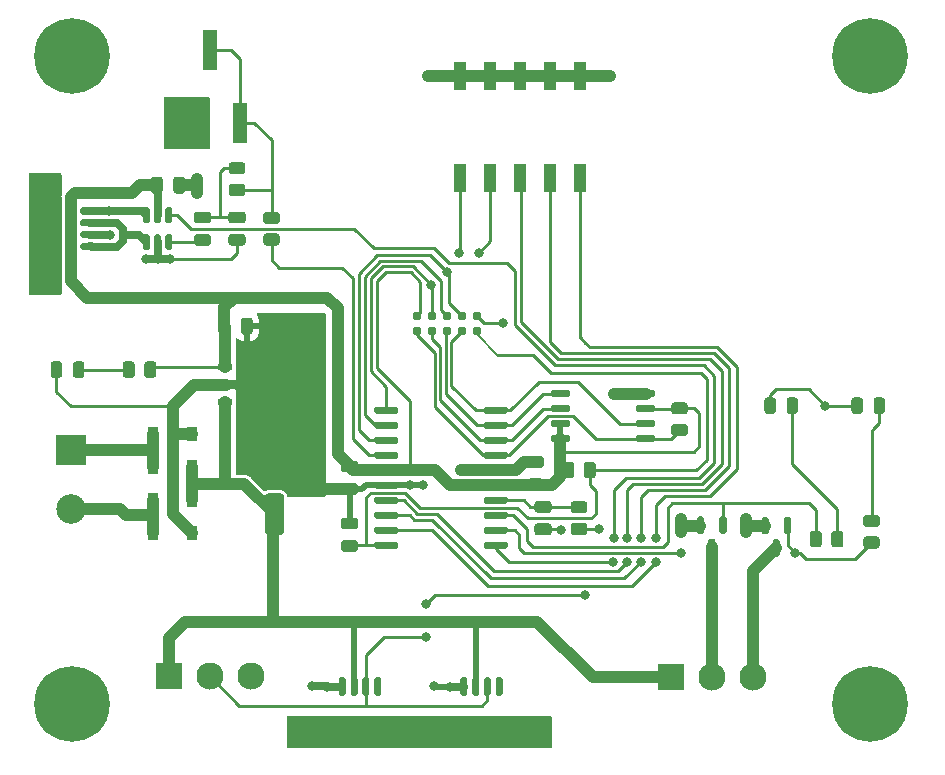
<source format=gtl>
G04 #@! TF.GenerationSoftware,KiCad,Pcbnew,6.0.10-86aedd382b~118~ubuntu18.04.1*
G04 #@! TF.CreationDate,2024-08-26T13:48:25-06:00*
G04 #@! TF.ProjectId,ckt-xing-basic,636b742d-7869-46e6-972d-62617369632e,rev?*
G04 #@! TF.SameCoordinates,Original*
G04 #@! TF.FileFunction,Copper,L1,Top*
G04 #@! TF.FilePolarity,Positive*
%FSLAX46Y46*%
G04 Gerber Fmt 4.6, Leading zero omitted, Abs format (unit mm)*
G04 Created by KiCad (PCBNEW 6.0.10-86aedd382b~118~ubuntu18.04.1) date 2024-08-26 13:48:25*
%MOMM*%
%LPD*%
G01*
G04 APERTURE LIST*
G04 #@! TA.AperFunction,ComponentPad*
%ADD10C,6.400000*%
G04 #@! TD*
G04 #@! TA.AperFunction,SMDPad,CuDef*
%ADD11R,1.117600X2.438400*%
G04 #@! TD*
G04 #@! TA.AperFunction,SMDPad,CuDef*
%ADD12R,1.193800X3.429000*%
G04 #@! TD*
G04 #@! TA.AperFunction,SMDPad,CuDef*
%ADD13R,1.193800X3.454400*%
G04 #@! TD*
G04 #@! TA.AperFunction,ComponentPad*
%ADD14R,2.500000X2.500000*%
G04 #@! TD*
G04 #@! TA.AperFunction,ComponentPad*
%ADD15C,2.500000*%
G04 #@! TD*
G04 #@! TA.AperFunction,ComponentPad*
%ADD16R,2.300000X2.300000*%
G04 #@! TD*
G04 #@! TA.AperFunction,ComponentPad*
%ADD17C,2.300000*%
G04 #@! TD*
G04 #@! TA.AperFunction,SMDPad,CuDef*
%ADD18R,0.900000X1.200000*%
G04 #@! TD*
G04 #@! TA.AperFunction,SMDPad,CuDef*
%ADD19R,1.300000X0.550000*%
G04 #@! TD*
G04 #@! TA.AperFunction,ConnectorPad*
%ADD20C,0.787400*%
G04 #@! TD*
G04 #@! TA.AperFunction,ViaPad*
%ADD21C,0.800000*%
G04 #@! TD*
G04 #@! TA.AperFunction,Conductor*
%ADD22C,0.635000*%
G04 #@! TD*
G04 #@! TA.AperFunction,Conductor*
%ADD23C,1.016000*%
G04 #@! TD*
G04 #@! TA.AperFunction,Conductor*
%ADD24C,0.508000*%
G04 #@! TD*
G04 #@! TA.AperFunction,Conductor*
%ADD25C,0.254000*%
G04 #@! TD*
G04 #@! TA.AperFunction,Conductor*
%ADD26C,0.250000*%
G04 #@! TD*
G04 #@! TA.AperFunction,Conductor*
%ADD27C,0.203200*%
G04 #@! TD*
G04 APERTURE END LIST*
G04 #@! TA.AperFunction,SMDPad,CuDef*
G36*
G01*
X95024000Y-63812000D02*
X95024000Y-64712000D01*
G75*
G02*
X94774000Y-64962000I-250000J0D01*
G01*
X94249000Y-64962000D01*
G75*
G02*
X93999000Y-64712000I0J250000D01*
G01*
X93999000Y-63812000D01*
G75*
G02*
X94249000Y-63562000I250000J0D01*
G01*
X94774000Y-63562000D01*
G75*
G02*
X95024000Y-63812000I0J-250000D01*
G01*
G37*
G04 #@! TD.AperFunction*
G04 #@! TA.AperFunction,SMDPad,CuDef*
G36*
G01*
X93199000Y-63812000D02*
X93199000Y-64712000D01*
G75*
G02*
X92949000Y-64962000I-250000J0D01*
G01*
X92424000Y-64962000D01*
G75*
G02*
X92174000Y-64712000I0J250000D01*
G01*
X92174000Y-63812000D01*
G75*
G02*
X92424000Y-63562000I250000J0D01*
G01*
X92949000Y-63562000D01*
G75*
G02*
X93199000Y-63812000I0J-250000D01*
G01*
G37*
G04 #@! TD.AperFunction*
D10*
X29718000Y-23368000D03*
G04 #@! TA.AperFunction,SMDPad,CuDef*
G36*
G01*
X80703000Y-52677000D02*
X81603000Y-52677000D01*
G75*
G02*
X81853000Y-52927000I0J-250000D01*
G01*
X81853000Y-53452000D01*
G75*
G02*
X81603000Y-53702000I-250000J0D01*
G01*
X80703000Y-53702000D01*
G75*
G02*
X80453000Y-53452000I0J250000D01*
G01*
X80453000Y-52927000D01*
G75*
G02*
X80703000Y-52677000I250000J0D01*
G01*
G37*
G04 #@! TD.AperFunction*
G04 #@! TA.AperFunction,SMDPad,CuDef*
G36*
G01*
X80703000Y-54502000D02*
X81603000Y-54502000D01*
G75*
G02*
X81853000Y-54752000I0J-250000D01*
G01*
X81853000Y-55277000D01*
G75*
G02*
X81603000Y-55527000I-250000J0D01*
G01*
X80703000Y-55527000D01*
G75*
G02*
X80453000Y-55277000I0J250000D01*
G01*
X80453000Y-54752000D01*
G75*
G02*
X80703000Y-54502000I250000J0D01*
G01*
G37*
G04 #@! TD.AperFunction*
G04 #@! TA.AperFunction,SMDPad,CuDef*
G36*
G01*
X36157000Y-39773000D02*
X35857000Y-39773000D01*
G75*
G02*
X35707000Y-39623000I0J150000D01*
G01*
X35707000Y-38598000D01*
G75*
G02*
X35857000Y-38448000I150000J0D01*
G01*
X36157000Y-38448000D01*
G75*
G02*
X36307000Y-38598000I0J-150000D01*
G01*
X36307000Y-39623000D01*
G75*
G02*
X36157000Y-39773000I-150000J0D01*
G01*
G37*
G04 #@! TD.AperFunction*
G04 #@! TA.AperFunction,SMDPad,CuDef*
G36*
G01*
X37107000Y-39773000D02*
X36807000Y-39773000D01*
G75*
G02*
X36657000Y-39623000I0J150000D01*
G01*
X36657000Y-38598000D01*
G75*
G02*
X36807000Y-38448000I150000J0D01*
G01*
X37107000Y-38448000D01*
G75*
G02*
X37257000Y-38598000I0J-150000D01*
G01*
X37257000Y-39623000D01*
G75*
G02*
X37107000Y-39773000I-150000J0D01*
G01*
G37*
G04 #@! TD.AperFunction*
G04 #@! TA.AperFunction,SMDPad,CuDef*
G36*
G01*
X38057000Y-39773000D02*
X37757000Y-39773000D01*
G75*
G02*
X37607000Y-39623000I0J150000D01*
G01*
X37607000Y-38598000D01*
G75*
G02*
X37757000Y-38448000I150000J0D01*
G01*
X38057000Y-38448000D01*
G75*
G02*
X38207000Y-38598000I0J-150000D01*
G01*
X38207000Y-39623000D01*
G75*
G02*
X38057000Y-39773000I-150000J0D01*
G01*
G37*
G04 #@! TD.AperFunction*
G04 #@! TA.AperFunction,SMDPad,CuDef*
G36*
G01*
X38057000Y-37498000D02*
X37757000Y-37498000D01*
G75*
G02*
X37607000Y-37348000I0J150000D01*
G01*
X37607000Y-36323000D01*
G75*
G02*
X37757000Y-36173000I150000J0D01*
G01*
X38057000Y-36173000D01*
G75*
G02*
X38207000Y-36323000I0J-150000D01*
G01*
X38207000Y-37348000D01*
G75*
G02*
X38057000Y-37498000I-150000J0D01*
G01*
G37*
G04 #@! TD.AperFunction*
G04 #@! TA.AperFunction,SMDPad,CuDef*
G36*
G01*
X37107000Y-37498000D02*
X36807000Y-37498000D01*
G75*
G02*
X36657000Y-37348000I0J150000D01*
G01*
X36657000Y-36323000D01*
G75*
G02*
X36807000Y-36173000I150000J0D01*
G01*
X37107000Y-36173000D01*
G75*
G02*
X37257000Y-36323000I0J-150000D01*
G01*
X37257000Y-37348000D01*
G75*
G02*
X37107000Y-37498000I-150000J0D01*
G01*
G37*
G04 #@! TD.AperFunction*
G04 #@! TA.AperFunction,SMDPad,CuDef*
G36*
G01*
X36157000Y-37498000D02*
X35857000Y-37498000D01*
G75*
G02*
X35707000Y-37348000I0J150000D01*
G01*
X35707000Y-36323000D01*
G75*
G02*
X35857000Y-36173000I150000J0D01*
G01*
X36157000Y-36173000D01*
G75*
G02*
X36307000Y-36323000I0J-150000D01*
G01*
X36307000Y-37348000D01*
G75*
G02*
X36157000Y-37498000I-150000J0D01*
G01*
G37*
G04 #@! TD.AperFunction*
G04 #@! TA.AperFunction,SMDPad,CuDef*
G36*
G01*
X95705750Y-53415250D02*
X95705750Y-52502750D01*
G75*
G02*
X95949500Y-52259000I243750J0D01*
G01*
X96437000Y-52259000D01*
G75*
G02*
X96680750Y-52502750I0J-243750D01*
G01*
X96680750Y-53415250D01*
G75*
G02*
X96437000Y-53659000I-243750J0D01*
G01*
X95949500Y-53659000D01*
G75*
G02*
X95705750Y-53415250I0J243750D01*
G01*
G37*
G04 #@! TD.AperFunction*
G04 #@! TA.AperFunction,SMDPad,CuDef*
G36*
G01*
X97580750Y-53415250D02*
X97580750Y-52502750D01*
G75*
G02*
X97824500Y-52259000I243750J0D01*
G01*
X98312000Y-52259000D01*
G75*
G02*
X98555750Y-52502750I0J-243750D01*
G01*
X98555750Y-53415250D01*
G75*
G02*
X98312000Y-53659000I-243750J0D01*
G01*
X97824500Y-53659000D01*
G75*
G02*
X97580750Y-53415250I0J243750D01*
G01*
G37*
G04 #@! TD.AperFunction*
G04 #@! TA.AperFunction,SMDPad,CuDef*
G36*
G01*
X42111000Y-46703000D02*
X42111000Y-45753000D01*
G75*
G02*
X42361000Y-45503000I250000J0D01*
G01*
X42861000Y-45503000D01*
G75*
G02*
X43111000Y-45753000I0J-250000D01*
G01*
X43111000Y-46703000D01*
G75*
G02*
X42861000Y-46953000I-250000J0D01*
G01*
X42361000Y-46953000D01*
G75*
G02*
X42111000Y-46703000I0J250000D01*
G01*
G37*
G04 #@! TD.AperFunction*
G04 #@! TA.AperFunction,SMDPad,CuDef*
G36*
G01*
X44011000Y-46703000D02*
X44011000Y-45753000D01*
G75*
G02*
X44261000Y-45503000I250000J0D01*
G01*
X44761000Y-45503000D01*
G75*
G02*
X45011000Y-45753000I0J-250000D01*
G01*
X45011000Y-46703000D01*
G75*
G02*
X44761000Y-46953000I-250000J0D01*
G01*
X44261000Y-46953000D01*
G75*
G02*
X44011000Y-46703000I0J250000D01*
G01*
G37*
G04 #@! TD.AperFunction*
D11*
X62547500Y-33642300D03*
X65087500Y-33642300D03*
X67627500Y-33642300D03*
X70167500Y-33642300D03*
X72707500Y-33642300D03*
X72707500Y-25031700D03*
X70167500Y-25031700D03*
X67627500Y-25031700D03*
X65087500Y-25031700D03*
X62547500Y-25031700D03*
D12*
X38862000Y-28994100D03*
D13*
X41402000Y-22834600D03*
D12*
X43942000Y-28994100D03*
G04 #@! TA.AperFunction,SMDPad,CuDef*
G36*
G01*
X52738000Y-57605000D02*
X53688000Y-57605000D01*
G75*
G02*
X53938000Y-57855000I0J-250000D01*
G01*
X53938000Y-58355000D01*
G75*
G02*
X53688000Y-58605000I-250000J0D01*
G01*
X52738000Y-58605000D01*
G75*
G02*
X52488000Y-58355000I0J250000D01*
G01*
X52488000Y-57855000D01*
G75*
G02*
X52738000Y-57605000I250000J0D01*
G01*
G37*
G04 #@! TD.AperFunction*
G04 #@! TA.AperFunction,SMDPad,CuDef*
G36*
G01*
X52738000Y-59505000D02*
X53688000Y-59505000D01*
G75*
G02*
X53938000Y-59755000I0J-250000D01*
G01*
X53938000Y-60255000D01*
G75*
G02*
X53688000Y-60505000I-250000J0D01*
G01*
X52738000Y-60505000D01*
G75*
G02*
X52488000Y-60255000I0J250000D01*
G01*
X52488000Y-59755000D01*
G75*
G02*
X52738000Y-59505000I250000J0D01*
G01*
G37*
G04 #@! TD.AperFunction*
D14*
X29672000Y-56682000D03*
D15*
X29672000Y-61682000D03*
D10*
X29718000Y-78232000D03*
X97282000Y-78232000D03*
G04 #@! TA.AperFunction,SMDPad,CuDef*
G36*
G01*
X69436000Y-60124000D02*
X68486000Y-60124000D01*
G75*
G02*
X68236000Y-59874000I0J250000D01*
G01*
X68236000Y-59374000D01*
G75*
G02*
X68486000Y-59124000I250000J0D01*
G01*
X69436000Y-59124000D01*
G75*
G02*
X69686000Y-59374000I0J-250000D01*
G01*
X69686000Y-59874000D01*
G75*
G02*
X69436000Y-60124000I-250000J0D01*
G01*
G37*
G04 #@! TD.AperFunction*
G04 #@! TA.AperFunction,SMDPad,CuDef*
G36*
G01*
X69436000Y-58224000D02*
X68486000Y-58224000D01*
G75*
G02*
X68236000Y-57974000I0J250000D01*
G01*
X68236000Y-57474000D01*
G75*
G02*
X68486000Y-57224000I250000J0D01*
G01*
X69436000Y-57224000D01*
G75*
G02*
X69686000Y-57474000I0J-250000D01*
G01*
X69686000Y-57974000D01*
G75*
G02*
X69436000Y-58224000I-250000J0D01*
G01*
G37*
G04 #@! TD.AperFunction*
D16*
X80391000Y-75946000D03*
D17*
X83891000Y-75946000D03*
X87391000Y-75946000D03*
G04 #@! TA.AperFunction,SMDPad,CuDef*
G36*
G01*
X55285000Y-53490000D02*
X55285000Y-53190000D01*
G75*
G02*
X55435000Y-53040000I150000J0D01*
G01*
X57185000Y-53040000D01*
G75*
G02*
X57335000Y-53190000I0J-150000D01*
G01*
X57335000Y-53490000D01*
G75*
G02*
X57185000Y-53640000I-150000J0D01*
G01*
X55435000Y-53640000D01*
G75*
G02*
X55285000Y-53490000I0J150000D01*
G01*
G37*
G04 #@! TD.AperFunction*
G04 #@! TA.AperFunction,SMDPad,CuDef*
G36*
G01*
X55285000Y-54760000D02*
X55285000Y-54460000D01*
G75*
G02*
X55435000Y-54310000I150000J0D01*
G01*
X57185000Y-54310000D01*
G75*
G02*
X57335000Y-54460000I0J-150000D01*
G01*
X57335000Y-54760000D01*
G75*
G02*
X57185000Y-54910000I-150000J0D01*
G01*
X55435000Y-54910000D01*
G75*
G02*
X55285000Y-54760000I0J150000D01*
G01*
G37*
G04 #@! TD.AperFunction*
G04 #@! TA.AperFunction,SMDPad,CuDef*
G36*
G01*
X55285000Y-56030000D02*
X55285000Y-55730000D01*
G75*
G02*
X55435000Y-55580000I150000J0D01*
G01*
X57185000Y-55580000D01*
G75*
G02*
X57335000Y-55730000I0J-150000D01*
G01*
X57335000Y-56030000D01*
G75*
G02*
X57185000Y-56180000I-150000J0D01*
G01*
X55435000Y-56180000D01*
G75*
G02*
X55285000Y-56030000I0J150000D01*
G01*
G37*
G04 #@! TD.AperFunction*
G04 #@! TA.AperFunction,SMDPad,CuDef*
G36*
G01*
X55285000Y-57300000D02*
X55285000Y-57000000D01*
G75*
G02*
X55435000Y-56850000I150000J0D01*
G01*
X57185000Y-56850000D01*
G75*
G02*
X57335000Y-57000000I0J-150000D01*
G01*
X57335000Y-57300000D01*
G75*
G02*
X57185000Y-57450000I-150000J0D01*
G01*
X55435000Y-57450000D01*
G75*
G02*
X55285000Y-57300000I0J150000D01*
G01*
G37*
G04 #@! TD.AperFunction*
G04 #@! TA.AperFunction,SMDPad,CuDef*
G36*
G01*
X55285000Y-58570000D02*
X55285000Y-58270000D01*
G75*
G02*
X55435000Y-58120000I150000J0D01*
G01*
X57185000Y-58120000D01*
G75*
G02*
X57335000Y-58270000I0J-150000D01*
G01*
X57335000Y-58570000D01*
G75*
G02*
X57185000Y-58720000I-150000J0D01*
G01*
X55435000Y-58720000D01*
G75*
G02*
X55285000Y-58570000I0J150000D01*
G01*
G37*
G04 #@! TD.AperFunction*
G04 #@! TA.AperFunction,SMDPad,CuDef*
G36*
G01*
X55285000Y-59840000D02*
X55285000Y-59540000D01*
G75*
G02*
X55435000Y-59390000I150000J0D01*
G01*
X57185000Y-59390000D01*
G75*
G02*
X57335000Y-59540000I0J-150000D01*
G01*
X57335000Y-59840000D01*
G75*
G02*
X57185000Y-59990000I-150000J0D01*
G01*
X55435000Y-59990000D01*
G75*
G02*
X55285000Y-59840000I0J150000D01*
G01*
G37*
G04 #@! TD.AperFunction*
G04 #@! TA.AperFunction,SMDPad,CuDef*
G36*
G01*
X55285000Y-61110000D02*
X55285000Y-60810000D01*
G75*
G02*
X55435000Y-60660000I150000J0D01*
G01*
X57185000Y-60660000D01*
G75*
G02*
X57335000Y-60810000I0J-150000D01*
G01*
X57335000Y-61110000D01*
G75*
G02*
X57185000Y-61260000I-150000J0D01*
G01*
X55435000Y-61260000D01*
G75*
G02*
X55285000Y-61110000I0J150000D01*
G01*
G37*
G04 #@! TD.AperFunction*
G04 #@! TA.AperFunction,SMDPad,CuDef*
G36*
G01*
X55285000Y-62380000D02*
X55285000Y-62080000D01*
G75*
G02*
X55435000Y-61930000I150000J0D01*
G01*
X57185000Y-61930000D01*
G75*
G02*
X57335000Y-62080000I0J-150000D01*
G01*
X57335000Y-62380000D01*
G75*
G02*
X57185000Y-62530000I-150000J0D01*
G01*
X55435000Y-62530000D01*
G75*
G02*
X55285000Y-62380000I0J150000D01*
G01*
G37*
G04 #@! TD.AperFunction*
G04 #@! TA.AperFunction,SMDPad,CuDef*
G36*
G01*
X55285000Y-63650000D02*
X55285000Y-63350000D01*
G75*
G02*
X55435000Y-63200000I150000J0D01*
G01*
X57185000Y-63200000D01*
G75*
G02*
X57335000Y-63350000I0J-150000D01*
G01*
X57335000Y-63650000D01*
G75*
G02*
X57185000Y-63800000I-150000J0D01*
G01*
X55435000Y-63800000D01*
G75*
G02*
X55285000Y-63650000I0J150000D01*
G01*
G37*
G04 #@! TD.AperFunction*
G04 #@! TA.AperFunction,SMDPad,CuDef*
G36*
G01*
X55285000Y-64920000D02*
X55285000Y-64620000D01*
G75*
G02*
X55435000Y-64470000I150000J0D01*
G01*
X57185000Y-64470000D01*
G75*
G02*
X57335000Y-64620000I0J-150000D01*
G01*
X57335000Y-64920000D01*
G75*
G02*
X57185000Y-65070000I-150000J0D01*
G01*
X55435000Y-65070000D01*
G75*
G02*
X55285000Y-64920000I0J150000D01*
G01*
G37*
G04 #@! TD.AperFunction*
G04 #@! TA.AperFunction,SMDPad,CuDef*
G36*
G01*
X64585000Y-64920000D02*
X64585000Y-64620000D01*
G75*
G02*
X64735000Y-64470000I150000J0D01*
G01*
X66485000Y-64470000D01*
G75*
G02*
X66635000Y-64620000I0J-150000D01*
G01*
X66635000Y-64920000D01*
G75*
G02*
X66485000Y-65070000I-150000J0D01*
G01*
X64735000Y-65070000D01*
G75*
G02*
X64585000Y-64920000I0J150000D01*
G01*
G37*
G04 #@! TD.AperFunction*
G04 #@! TA.AperFunction,SMDPad,CuDef*
G36*
G01*
X64585000Y-63650000D02*
X64585000Y-63350000D01*
G75*
G02*
X64735000Y-63200000I150000J0D01*
G01*
X66485000Y-63200000D01*
G75*
G02*
X66635000Y-63350000I0J-150000D01*
G01*
X66635000Y-63650000D01*
G75*
G02*
X66485000Y-63800000I-150000J0D01*
G01*
X64735000Y-63800000D01*
G75*
G02*
X64585000Y-63650000I0J150000D01*
G01*
G37*
G04 #@! TD.AperFunction*
G04 #@! TA.AperFunction,SMDPad,CuDef*
G36*
G01*
X64585000Y-62380000D02*
X64585000Y-62080000D01*
G75*
G02*
X64735000Y-61930000I150000J0D01*
G01*
X66485000Y-61930000D01*
G75*
G02*
X66635000Y-62080000I0J-150000D01*
G01*
X66635000Y-62380000D01*
G75*
G02*
X66485000Y-62530000I-150000J0D01*
G01*
X64735000Y-62530000D01*
G75*
G02*
X64585000Y-62380000I0J150000D01*
G01*
G37*
G04 #@! TD.AperFunction*
G04 #@! TA.AperFunction,SMDPad,CuDef*
G36*
G01*
X64585000Y-61110000D02*
X64585000Y-60810000D01*
G75*
G02*
X64735000Y-60660000I150000J0D01*
G01*
X66485000Y-60660000D01*
G75*
G02*
X66635000Y-60810000I0J-150000D01*
G01*
X66635000Y-61110000D01*
G75*
G02*
X66485000Y-61260000I-150000J0D01*
G01*
X64735000Y-61260000D01*
G75*
G02*
X64585000Y-61110000I0J150000D01*
G01*
G37*
G04 #@! TD.AperFunction*
G04 #@! TA.AperFunction,SMDPad,CuDef*
G36*
G01*
X64585000Y-59840000D02*
X64585000Y-59540000D01*
G75*
G02*
X64735000Y-59390000I150000J0D01*
G01*
X66485000Y-59390000D01*
G75*
G02*
X66635000Y-59540000I0J-150000D01*
G01*
X66635000Y-59840000D01*
G75*
G02*
X66485000Y-59990000I-150000J0D01*
G01*
X64735000Y-59990000D01*
G75*
G02*
X64585000Y-59840000I0J150000D01*
G01*
G37*
G04 #@! TD.AperFunction*
G04 #@! TA.AperFunction,SMDPad,CuDef*
G36*
G01*
X64585000Y-58570000D02*
X64585000Y-58270000D01*
G75*
G02*
X64735000Y-58120000I150000J0D01*
G01*
X66485000Y-58120000D01*
G75*
G02*
X66635000Y-58270000I0J-150000D01*
G01*
X66635000Y-58570000D01*
G75*
G02*
X66485000Y-58720000I-150000J0D01*
G01*
X64735000Y-58720000D01*
G75*
G02*
X64585000Y-58570000I0J150000D01*
G01*
G37*
G04 #@! TD.AperFunction*
G04 #@! TA.AperFunction,SMDPad,CuDef*
G36*
G01*
X64585000Y-57300000D02*
X64585000Y-57000000D01*
G75*
G02*
X64735000Y-56850000I150000J0D01*
G01*
X66485000Y-56850000D01*
G75*
G02*
X66635000Y-57000000I0J-150000D01*
G01*
X66635000Y-57300000D01*
G75*
G02*
X66485000Y-57450000I-150000J0D01*
G01*
X64735000Y-57450000D01*
G75*
G02*
X64585000Y-57300000I0J150000D01*
G01*
G37*
G04 #@! TD.AperFunction*
G04 #@! TA.AperFunction,SMDPad,CuDef*
G36*
G01*
X64585000Y-56030000D02*
X64585000Y-55730000D01*
G75*
G02*
X64735000Y-55580000I150000J0D01*
G01*
X66485000Y-55580000D01*
G75*
G02*
X66635000Y-55730000I0J-150000D01*
G01*
X66635000Y-56030000D01*
G75*
G02*
X66485000Y-56180000I-150000J0D01*
G01*
X64735000Y-56180000D01*
G75*
G02*
X64585000Y-56030000I0J150000D01*
G01*
G37*
G04 #@! TD.AperFunction*
G04 #@! TA.AperFunction,SMDPad,CuDef*
G36*
G01*
X64585000Y-54760000D02*
X64585000Y-54460000D01*
G75*
G02*
X64735000Y-54310000I150000J0D01*
G01*
X66485000Y-54310000D01*
G75*
G02*
X66635000Y-54460000I0J-150000D01*
G01*
X66635000Y-54760000D01*
G75*
G02*
X66485000Y-54910000I-150000J0D01*
G01*
X64735000Y-54910000D01*
G75*
G02*
X64585000Y-54760000I0J150000D01*
G01*
G37*
G04 #@! TD.AperFunction*
G04 #@! TA.AperFunction,SMDPad,CuDef*
G36*
G01*
X64585000Y-53490000D02*
X64585000Y-53190000D01*
G75*
G02*
X64735000Y-53040000I150000J0D01*
G01*
X66485000Y-53040000D01*
G75*
G02*
X66635000Y-53190000I0J-150000D01*
G01*
X66635000Y-53490000D01*
G75*
G02*
X66485000Y-53640000I-150000J0D01*
G01*
X64735000Y-53640000D01*
G75*
G02*
X64585000Y-53490000I0J150000D01*
G01*
G37*
G04 #@! TD.AperFunction*
G04 #@! TA.AperFunction,SMDPad,CuDef*
G36*
G01*
X69121000Y-61034000D02*
X70071000Y-61034000D01*
G75*
G02*
X70321000Y-61284000I0J-250000D01*
G01*
X70321000Y-61784000D01*
G75*
G02*
X70071000Y-62034000I-250000J0D01*
G01*
X69121000Y-62034000D01*
G75*
G02*
X68871000Y-61784000I0J250000D01*
G01*
X68871000Y-61284000D01*
G75*
G02*
X69121000Y-61034000I250000J0D01*
G01*
G37*
G04 #@! TD.AperFunction*
G04 #@! TA.AperFunction,SMDPad,CuDef*
G36*
G01*
X69121000Y-62934000D02*
X70071000Y-62934000D01*
G75*
G02*
X70321000Y-63184000I0J-250000D01*
G01*
X70321000Y-63684000D01*
G75*
G02*
X70071000Y-63934000I-250000J0D01*
G01*
X69121000Y-63934000D01*
G75*
G02*
X68871000Y-63684000I0J250000D01*
G01*
X68871000Y-63184000D01*
G75*
G02*
X69121000Y-62934000I250000J0D01*
G01*
G37*
G04 #@! TD.AperFunction*
G04 #@! TA.AperFunction,SMDPad,CuDef*
G36*
G01*
X43238000Y-32357000D02*
X44138000Y-32357000D01*
G75*
G02*
X44388000Y-32607000I0J-250000D01*
G01*
X44388000Y-33132000D01*
G75*
G02*
X44138000Y-33382000I-250000J0D01*
G01*
X43238000Y-33382000D01*
G75*
G02*
X42988000Y-33132000I0J250000D01*
G01*
X42988000Y-32607000D01*
G75*
G02*
X43238000Y-32357000I250000J0D01*
G01*
G37*
G04 #@! TD.AperFunction*
G04 #@! TA.AperFunction,SMDPad,CuDef*
G36*
G01*
X43238000Y-34182000D02*
X44138000Y-34182000D01*
G75*
G02*
X44388000Y-34432000I0J-250000D01*
G01*
X44388000Y-34957000D01*
G75*
G02*
X44138000Y-35207000I-250000J0D01*
G01*
X43238000Y-35207000D01*
G75*
G02*
X42988000Y-34957000I0J250000D01*
G01*
X42988000Y-34432000D01*
G75*
G02*
X43238000Y-34182000I250000J0D01*
G01*
G37*
G04 #@! TD.AperFunction*
D16*
X37902000Y-75888000D03*
D17*
X41402000Y-75888000D03*
X44902000Y-75888000D03*
G04 #@! TA.AperFunction,SMDPad,CuDef*
G36*
G01*
X52302000Y-77365000D02*
X52302000Y-76115000D01*
G75*
G02*
X52452000Y-75965000I150000J0D01*
G01*
X52752000Y-75965000D01*
G75*
G02*
X52902000Y-76115000I0J-150000D01*
G01*
X52902000Y-77365000D01*
G75*
G02*
X52752000Y-77515000I-150000J0D01*
G01*
X52452000Y-77515000D01*
G75*
G02*
X52302000Y-77365000I0J150000D01*
G01*
G37*
G04 #@! TD.AperFunction*
G04 #@! TA.AperFunction,SMDPad,CuDef*
G36*
G01*
X53302000Y-77365000D02*
X53302000Y-76115000D01*
G75*
G02*
X53452000Y-75965000I150000J0D01*
G01*
X53752000Y-75965000D01*
G75*
G02*
X53902000Y-76115000I0J-150000D01*
G01*
X53902000Y-77365000D01*
G75*
G02*
X53752000Y-77515000I-150000J0D01*
G01*
X53452000Y-77515000D01*
G75*
G02*
X53302000Y-77365000I0J150000D01*
G01*
G37*
G04 #@! TD.AperFunction*
G04 #@! TA.AperFunction,SMDPad,CuDef*
G36*
G01*
X54302000Y-77365000D02*
X54302000Y-76115000D01*
G75*
G02*
X54452000Y-75965000I150000J0D01*
G01*
X54752000Y-75965000D01*
G75*
G02*
X54902000Y-76115000I0J-150000D01*
G01*
X54902000Y-77365000D01*
G75*
G02*
X54752000Y-77515000I-150000J0D01*
G01*
X54452000Y-77515000D01*
G75*
G02*
X54302000Y-77365000I0J150000D01*
G01*
G37*
G04 #@! TD.AperFunction*
G04 #@! TA.AperFunction,SMDPad,CuDef*
G36*
G01*
X55302000Y-77365000D02*
X55302000Y-76115000D01*
G75*
G02*
X55452000Y-75965000I150000J0D01*
G01*
X55752000Y-75965000D01*
G75*
G02*
X55902000Y-76115000I0J-150000D01*
G01*
X55902000Y-77365000D01*
G75*
G02*
X55752000Y-77515000I-150000J0D01*
G01*
X55452000Y-77515000D01*
G75*
G02*
X55302000Y-77365000I0J150000D01*
G01*
G37*
G04 #@! TD.AperFunction*
G04 #@! TA.AperFunction,SMDPad,CuDef*
G36*
G01*
X56302000Y-81265000D02*
X56302000Y-79965000D01*
G75*
G02*
X56552000Y-79715000I250000J0D01*
G01*
X57252000Y-79715000D01*
G75*
G02*
X57502000Y-79965000I0J-250000D01*
G01*
X57502000Y-81265000D01*
G75*
G02*
X57252000Y-81515000I-250000J0D01*
G01*
X56552000Y-81515000D01*
G75*
G02*
X56302000Y-81265000I0J250000D01*
G01*
G37*
G04 #@! TD.AperFunction*
G04 #@! TA.AperFunction,SMDPad,CuDef*
G36*
G01*
X50702000Y-81265000D02*
X50702000Y-79965000D01*
G75*
G02*
X50952000Y-79715000I250000J0D01*
G01*
X51652000Y-79715000D01*
G75*
G02*
X51902000Y-79965000I0J-250000D01*
G01*
X51902000Y-81265000D01*
G75*
G02*
X51652000Y-81515000I-250000J0D01*
G01*
X50952000Y-81515000D01*
G75*
G02*
X50702000Y-81265000I0J250000D01*
G01*
G37*
G04 #@! TD.AperFunction*
D18*
X36577000Y-63754000D03*
X39877000Y-63754000D03*
G04 #@! TA.AperFunction,SMDPad,CuDef*
G36*
G01*
X88339750Y-53415250D02*
X88339750Y-52502750D01*
G75*
G02*
X88583500Y-52259000I243750J0D01*
G01*
X89071000Y-52259000D01*
G75*
G02*
X89314750Y-52502750I0J-243750D01*
G01*
X89314750Y-53415250D01*
G75*
G02*
X89071000Y-53659000I-243750J0D01*
G01*
X88583500Y-53659000D01*
G75*
G02*
X88339750Y-53415250I0J243750D01*
G01*
G37*
G04 #@! TD.AperFunction*
G04 #@! TA.AperFunction,SMDPad,CuDef*
G36*
G01*
X90214750Y-53415250D02*
X90214750Y-52502750D01*
G75*
G02*
X90458500Y-52259000I243750J0D01*
G01*
X90946000Y-52259000D01*
G75*
G02*
X91189750Y-52502750I0J-243750D01*
G01*
X91189750Y-53415250D01*
G75*
G02*
X90946000Y-53659000I-243750J0D01*
G01*
X90458500Y-53659000D01*
G75*
G02*
X90214750Y-53415250I0J243750D01*
G01*
G37*
G04 #@! TD.AperFunction*
X39877000Y-58166000D03*
X36577000Y-58166000D03*
G04 #@! TA.AperFunction,SMDPad,CuDef*
G36*
G01*
X41242000Y-39423000D02*
X40292000Y-39423000D01*
G75*
G02*
X40042000Y-39173000I0J250000D01*
G01*
X40042000Y-38673000D01*
G75*
G02*
X40292000Y-38423000I250000J0D01*
G01*
X41242000Y-38423000D01*
G75*
G02*
X41492000Y-38673000I0J-250000D01*
G01*
X41492000Y-39173000D01*
G75*
G02*
X41242000Y-39423000I-250000J0D01*
G01*
G37*
G04 #@! TD.AperFunction*
G04 #@! TA.AperFunction,SMDPad,CuDef*
G36*
G01*
X41242000Y-37523000D02*
X40292000Y-37523000D01*
G75*
G02*
X40042000Y-37273000I0J250000D01*
G01*
X40042000Y-36773000D01*
G75*
G02*
X40292000Y-36523000I250000J0D01*
G01*
X41242000Y-36523000D01*
G75*
G02*
X41492000Y-36773000I0J-250000D01*
G01*
X41492000Y-37273000D01*
G75*
G02*
X41242000Y-37523000I-250000J0D01*
G01*
G37*
G04 #@! TD.AperFunction*
G04 #@! TA.AperFunction,SMDPad,CuDef*
G36*
G01*
X43213000Y-36523000D02*
X44163000Y-36523000D01*
G75*
G02*
X44413000Y-36773000I0J-250000D01*
G01*
X44413000Y-37273000D01*
G75*
G02*
X44163000Y-37523000I-250000J0D01*
G01*
X43213000Y-37523000D01*
G75*
G02*
X42963000Y-37273000I0J250000D01*
G01*
X42963000Y-36773000D01*
G75*
G02*
X43213000Y-36523000I250000J0D01*
G01*
G37*
G04 #@! TD.AperFunction*
G04 #@! TA.AperFunction,SMDPad,CuDef*
G36*
G01*
X43213000Y-38423000D02*
X44163000Y-38423000D01*
G75*
G02*
X44413000Y-38673000I0J-250000D01*
G01*
X44413000Y-39173000D01*
G75*
G02*
X44163000Y-39423000I-250000J0D01*
G01*
X43213000Y-39423000D01*
G75*
G02*
X42963000Y-39173000I0J250000D01*
G01*
X42963000Y-38673000D01*
G75*
G02*
X43213000Y-38423000I250000J0D01*
G01*
G37*
G04 #@! TD.AperFunction*
X36577000Y-55372000D03*
X39877000Y-55372000D03*
G04 #@! TA.AperFunction,SMDPad,CuDef*
G36*
G01*
X73094000Y-63909000D02*
X72194000Y-63909000D01*
G75*
G02*
X71944000Y-63659000I0J250000D01*
G01*
X71944000Y-63134000D01*
G75*
G02*
X72194000Y-62884000I250000J0D01*
G01*
X73094000Y-62884000D01*
G75*
G02*
X73344000Y-63134000I0J-250000D01*
G01*
X73344000Y-63659000D01*
G75*
G02*
X73094000Y-63909000I-250000J0D01*
G01*
G37*
G04 #@! TD.AperFunction*
G04 #@! TA.AperFunction,SMDPad,CuDef*
G36*
G01*
X73094000Y-62084000D02*
X72194000Y-62084000D01*
G75*
G02*
X71944000Y-61834000I0J250000D01*
G01*
X71944000Y-61309000D01*
G75*
G02*
X72194000Y-61059000I250000J0D01*
G01*
X73094000Y-61059000D01*
G75*
G02*
X73344000Y-61309000I0J-250000D01*
G01*
X73344000Y-61834000D01*
G75*
G02*
X73094000Y-62084000I-250000J0D01*
G01*
G37*
G04 #@! TD.AperFunction*
G04 #@! TA.AperFunction,SMDPad,CuDef*
G36*
G01*
X90147000Y-62381500D02*
X90447000Y-62381500D01*
G75*
G02*
X90597000Y-62531500I0J-150000D01*
G01*
X90597000Y-63706500D01*
G75*
G02*
X90447000Y-63856500I-150000J0D01*
G01*
X90147000Y-63856500D01*
G75*
G02*
X89997000Y-63706500I0J150000D01*
G01*
X89997000Y-62531500D01*
G75*
G02*
X90147000Y-62381500I150000J0D01*
G01*
G37*
G04 #@! TD.AperFunction*
G04 #@! TA.AperFunction,SMDPad,CuDef*
G36*
G01*
X88247000Y-62381500D02*
X88547000Y-62381500D01*
G75*
G02*
X88697000Y-62531500I0J-150000D01*
G01*
X88697000Y-63706500D01*
G75*
G02*
X88547000Y-63856500I-150000J0D01*
G01*
X88247000Y-63856500D01*
G75*
G02*
X88097000Y-63706500I0J150000D01*
G01*
X88097000Y-62531500D01*
G75*
G02*
X88247000Y-62381500I150000J0D01*
G01*
G37*
G04 #@! TD.AperFunction*
G04 #@! TA.AperFunction,SMDPad,CuDef*
G36*
G01*
X89197000Y-64256500D02*
X89497000Y-64256500D01*
G75*
G02*
X89647000Y-64406500I0J-150000D01*
G01*
X89647000Y-65581500D01*
G75*
G02*
X89497000Y-65731500I-150000J0D01*
G01*
X89197000Y-65731500D01*
G75*
G02*
X89047000Y-65581500I0J150000D01*
G01*
X89047000Y-64406500D01*
G75*
G02*
X89197000Y-64256500I150000J0D01*
G01*
G37*
G04 #@! TD.AperFunction*
G04 #@! TA.AperFunction,SMDPad,CuDef*
G36*
G01*
X47413000Y-63886000D02*
X46313000Y-63886000D01*
G75*
G02*
X46063000Y-63636000I0J250000D01*
G01*
X46063000Y-60636000D01*
G75*
G02*
X46313000Y-60386000I250000J0D01*
G01*
X47413000Y-60386000D01*
G75*
G02*
X47663000Y-60636000I0J-250000D01*
G01*
X47663000Y-63636000D01*
G75*
G02*
X47413000Y-63886000I-250000J0D01*
G01*
G37*
G04 #@! TD.AperFunction*
G04 #@! TA.AperFunction,SMDPad,CuDef*
G36*
G01*
X47413000Y-58486000D02*
X46313000Y-58486000D01*
G75*
G02*
X46063000Y-58236000I0J250000D01*
G01*
X46063000Y-55236000D01*
G75*
G02*
X46313000Y-54986000I250000J0D01*
G01*
X47413000Y-54986000D01*
G75*
G02*
X47663000Y-55236000I0J-250000D01*
G01*
X47663000Y-58236000D01*
G75*
G02*
X47413000Y-58486000I-250000J0D01*
G01*
G37*
G04 #@! TD.AperFunction*
G04 #@! TA.AperFunction,SMDPad,CuDef*
G36*
G01*
X34008000Y-50361000D02*
X34008000Y-49461000D01*
G75*
G02*
X34258000Y-49211000I250000J0D01*
G01*
X34783000Y-49211000D01*
G75*
G02*
X35033000Y-49461000I0J-250000D01*
G01*
X35033000Y-50361000D01*
G75*
G02*
X34783000Y-50611000I-250000J0D01*
G01*
X34258000Y-50611000D01*
G75*
G02*
X34008000Y-50361000I0J250000D01*
G01*
G37*
G04 #@! TD.AperFunction*
G04 #@! TA.AperFunction,SMDPad,CuDef*
G36*
G01*
X35833000Y-50361000D02*
X35833000Y-49461000D01*
G75*
G02*
X36083000Y-49211000I250000J0D01*
G01*
X36608000Y-49211000D01*
G75*
G02*
X36858000Y-49461000I0J-250000D01*
G01*
X36858000Y-50361000D01*
G75*
G02*
X36608000Y-50611000I-250000J0D01*
G01*
X36083000Y-50611000D01*
G75*
G02*
X35833000Y-50361000I0J250000D01*
G01*
G37*
G04 #@! TD.AperFunction*
G04 #@! TA.AperFunction,SMDPad,CuDef*
G36*
G01*
X46159000Y-36548000D02*
X47059000Y-36548000D01*
G75*
G02*
X47309000Y-36798000I0J-250000D01*
G01*
X47309000Y-37323000D01*
G75*
G02*
X47059000Y-37573000I-250000J0D01*
G01*
X46159000Y-37573000D01*
G75*
G02*
X45909000Y-37323000I0J250000D01*
G01*
X45909000Y-36798000D01*
G75*
G02*
X46159000Y-36548000I250000J0D01*
G01*
G37*
G04 #@! TD.AperFunction*
G04 #@! TA.AperFunction,SMDPad,CuDef*
G36*
G01*
X46159000Y-38373000D02*
X47059000Y-38373000D01*
G75*
G02*
X47309000Y-38623000I0J-250000D01*
G01*
X47309000Y-39148000D01*
G75*
G02*
X47059000Y-39398000I-250000J0D01*
G01*
X46159000Y-39398000D01*
G75*
G02*
X45909000Y-39148000I0J250000D01*
G01*
X45909000Y-38623000D01*
G75*
G02*
X46159000Y-38373000I250000J0D01*
G01*
G37*
G04 #@! TD.AperFunction*
G04 #@! TA.AperFunction,SMDPad,CuDef*
G36*
G01*
X74069000Y-57970000D02*
X74069000Y-58870000D01*
G75*
G02*
X73819000Y-59120000I-250000J0D01*
G01*
X73294000Y-59120000D01*
G75*
G02*
X73044000Y-58870000I0J250000D01*
G01*
X73044000Y-57970000D01*
G75*
G02*
X73294000Y-57720000I250000J0D01*
G01*
X73819000Y-57720000D01*
G75*
G02*
X74069000Y-57970000I0J-250000D01*
G01*
G37*
G04 #@! TD.AperFunction*
G04 #@! TA.AperFunction,SMDPad,CuDef*
G36*
G01*
X72244000Y-57970000D02*
X72244000Y-58870000D01*
G75*
G02*
X71994000Y-59120000I-250000J0D01*
G01*
X71469000Y-59120000D01*
G75*
G02*
X71219000Y-58870000I0J250000D01*
G01*
X71219000Y-57970000D01*
G75*
G02*
X71469000Y-57720000I250000J0D01*
G01*
X71994000Y-57720000D01*
G75*
G02*
X72244000Y-57970000I0J-250000D01*
G01*
G37*
G04 #@! TD.AperFunction*
G04 #@! TA.AperFunction,SMDPad,CuDef*
G36*
G01*
X30585000Y-36173000D02*
X31835000Y-36173000D01*
G75*
G02*
X31985000Y-36323000I0J-150000D01*
G01*
X31985000Y-36623000D01*
G75*
G02*
X31835000Y-36773000I-150000J0D01*
G01*
X30585000Y-36773000D01*
G75*
G02*
X30435000Y-36623000I0J150000D01*
G01*
X30435000Y-36323000D01*
G75*
G02*
X30585000Y-36173000I150000J0D01*
G01*
G37*
G04 #@! TD.AperFunction*
G04 #@! TA.AperFunction,SMDPad,CuDef*
G36*
G01*
X30585000Y-37173000D02*
X31835000Y-37173000D01*
G75*
G02*
X31985000Y-37323000I0J-150000D01*
G01*
X31985000Y-37623000D01*
G75*
G02*
X31835000Y-37773000I-150000J0D01*
G01*
X30585000Y-37773000D01*
G75*
G02*
X30435000Y-37623000I0J150000D01*
G01*
X30435000Y-37323000D01*
G75*
G02*
X30585000Y-37173000I150000J0D01*
G01*
G37*
G04 #@! TD.AperFunction*
G04 #@! TA.AperFunction,SMDPad,CuDef*
G36*
G01*
X30585000Y-38173000D02*
X31835000Y-38173000D01*
G75*
G02*
X31985000Y-38323000I0J-150000D01*
G01*
X31985000Y-38623000D01*
G75*
G02*
X31835000Y-38773000I-150000J0D01*
G01*
X30585000Y-38773000D01*
G75*
G02*
X30435000Y-38623000I0J150000D01*
G01*
X30435000Y-38323000D01*
G75*
G02*
X30585000Y-38173000I150000J0D01*
G01*
G37*
G04 #@! TD.AperFunction*
G04 #@! TA.AperFunction,SMDPad,CuDef*
G36*
G01*
X30585000Y-39173000D02*
X31835000Y-39173000D01*
G75*
G02*
X31985000Y-39323000I0J-150000D01*
G01*
X31985000Y-39623000D01*
G75*
G02*
X31835000Y-39773000I-150000J0D01*
G01*
X30585000Y-39773000D01*
G75*
G02*
X30435000Y-39623000I0J150000D01*
G01*
X30435000Y-39323000D01*
G75*
G02*
X30585000Y-39173000I150000J0D01*
G01*
G37*
G04 #@! TD.AperFunction*
G04 #@! TA.AperFunction,SMDPad,CuDef*
G36*
G01*
X26685000Y-34573000D02*
X27985000Y-34573000D01*
G75*
G02*
X28235000Y-34823000I0J-250000D01*
G01*
X28235000Y-35523000D01*
G75*
G02*
X27985000Y-35773000I-250000J0D01*
G01*
X26685000Y-35773000D01*
G75*
G02*
X26435000Y-35523000I0J250000D01*
G01*
X26435000Y-34823000D01*
G75*
G02*
X26685000Y-34573000I250000J0D01*
G01*
G37*
G04 #@! TD.AperFunction*
G04 #@! TA.AperFunction,SMDPad,CuDef*
G36*
G01*
X26685000Y-40173000D02*
X27985000Y-40173000D01*
G75*
G02*
X28235000Y-40423000I0J-250000D01*
G01*
X28235000Y-41123000D01*
G75*
G02*
X27985000Y-41373000I-250000J0D01*
G01*
X26685000Y-41373000D01*
G75*
G02*
X26435000Y-41123000I0J250000D01*
G01*
X26435000Y-40423000D01*
G75*
G02*
X26685000Y-40173000I250000J0D01*
G01*
G37*
G04 #@! TD.AperFunction*
D10*
X97282000Y-23368000D03*
D19*
X42673000Y-49681000D03*
G04 #@! TA.AperFunction,SMDPad,CuDef*
G36*
X46623000Y-52106000D02*
G01*
X44023000Y-52106000D01*
X43498000Y-51581000D01*
X42023000Y-51581000D01*
X42023000Y-50781000D01*
X43498000Y-50781000D01*
X44023000Y-50256000D01*
X46623000Y-50256000D01*
X46623000Y-52106000D01*
G37*
G04 #@! TD.AperFunction*
X42673000Y-52681000D03*
G04 #@! TA.AperFunction,SMDPad,CuDef*
G36*
G01*
X84686000Y-62333000D02*
X84986000Y-62333000D01*
G75*
G02*
X85136000Y-62483000I0J-150000D01*
G01*
X85136000Y-63658000D01*
G75*
G02*
X84986000Y-63808000I-150000J0D01*
G01*
X84686000Y-63808000D01*
G75*
G02*
X84536000Y-63658000I0J150000D01*
G01*
X84536000Y-62483000D01*
G75*
G02*
X84686000Y-62333000I150000J0D01*
G01*
G37*
G04 #@! TD.AperFunction*
G04 #@! TA.AperFunction,SMDPad,CuDef*
G36*
G01*
X82786000Y-62333000D02*
X83086000Y-62333000D01*
G75*
G02*
X83236000Y-62483000I0J-150000D01*
G01*
X83236000Y-63658000D01*
G75*
G02*
X83086000Y-63808000I-150000J0D01*
G01*
X82786000Y-63808000D01*
G75*
G02*
X82636000Y-63658000I0J150000D01*
G01*
X82636000Y-62483000D01*
G75*
G02*
X82786000Y-62333000I150000J0D01*
G01*
G37*
G04 #@! TD.AperFunction*
G04 #@! TA.AperFunction,SMDPad,CuDef*
G36*
G01*
X83736000Y-64208000D02*
X84036000Y-64208000D01*
G75*
G02*
X84186000Y-64358000I0J-150000D01*
G01*
X84186000Y-65533000D01*
G75*
G02*
X84036000Y-65683000I-150000J0D01*
G01*
X83736000Y-65683000D01*
G75*
G02*
X83586000Y-65533000I0J150000D01*
G01*
X83586000Y-64358000D01*
G75*
G02*
X83736000Y-64208000I150000J0D01*
G01*
G37*
G04 #@! TD.AperFunction*
G04 #@! TA.AperFunction,SMDPad,CuDef*
G36*
G01*
X27912000Y-50367250D02*
X27912000Y-49454750D01*
G75*
G02*
X28155750Y-49211000I243750J0D01*
G01*
X28643250Y-49211000D01*
G75*
G02*
X28887000Y-49454750I0J-243750D01*
G01*
X28887000Y-50367250D01*
G75*
G02*
X28643250Y-50611000I-243750J0D01*
G01*
X28155750Y-50611000D01*
G75*
G02*
X27912000Y-50367250I0J243750D01*
G01*
G37*
G04 #@! TD.AperFunction*
G04 #@! TA.AperFunction,SMDPad,CuDef*
G36*
G01*
X29787000Y-50367250D02*
X29787000Y-49454750D01*
G75*
G02*
X30030750Y-49211000I243750J0D01*
G01*
X30518250Y-49211000D01*
G75*
G02*
X30762000Y-49454750I0J-243750D01*
G01*
X30762000Y-50367250D01*
G75*
G02*
X30518250Y-50611000I-243750J0D01*
G01*
X30030750Y-50611000D01*
G75*
G02*
X29787000Y-50367250I0J243750D01*
G01*
G37*
G04 #@! TD.AperFunction*
G04 #@! TA.AperFunction,SMDPad,CuDef*
G36*
G01*
X36396000Y-34765000D02*
X36396000Y-33815000D01*
G75*
G02*
X36646000Y-33565000I250000J0D01*
G01*
X37146000Y-33565000D01*
G75*
G02*
X37396000Y-33815000I0J-250000D01*
G01*
X37396000Y-34765000D01*
G75*
G02*
X37146000Y-35015000I-250000J0D01*
G01*
X36646000Y-35015000D01*
G75*
G02*
X36396000Y-34765000I0J250000D01*
G01*
G37*
G04 #@! TD.AperFunction*
G04 #@! TA.AperFunction,SMDPad,CuDef*
G36*
G01*
X38296000Y-34765000D02*
X38296000Y-33815000D01*
G75*
G02*
X38546000Y-33565000I250000J0D01*
G01*
X39046000Y-33565000D01*
G75*
G02*
X39296000Y-33815000I0J-250000D01*
G01*
X39296000Y-34765000D01*
G75*
G02*
X39046000Y-35015000I-250000J0D01*
G01*
X38546000Y-35015000D01*
G75*
G02*
X38296000Y-34765000I0J250000D01*
G01*
G37*
G04 #@! TD.AperFunction*
D18*
X39877000Y-60960000D03*
X36577000Y-60960000D03*
D20*
X58922000Y-46609000D03*
X60192000Y-46609000D03*
X61462000Y-46609000D03*
X62732000Y-46609000D03*
X64002000Y-46609000D03*
X64002000Y-45339000D03*
X62732000Y-45339000D03*
X61462000Y-45339000D03*
X60192000Y-45339000D03*
X58922000Y-45339000D03*
G04 #@! TA.AperFunction,SMDPad,CuDef*
G36*
G01*
X62589000Y-77365000D02*
X62589000Y-76115000D01*
G75*
G02*
X62739000Y-75965000I150000J0D01*
G01*
X63039000Y-75965000D01*
G75*
G02*
X63189000Y-76115000I0J-150000D01*
G01*
X63189000Y-77365000D01*
G75*
G02*
X63039000Y-77515000I-150000J0D01*
G01*
X62739000Y-77515000D01*
G75*
G02*
X62589000Y-77365000I0J150000D01*
G01*
G37*
G04 #@! TD.AperFunction*
G04 #@! TA.AperFunction,SMDPad,CuDef*
G36*
G01*
X63589000Y-77365000D02*
X63589000Y-76115000D01*
G75*
G02*
X63739000Y-75965000I150000J0D01*
G01*
X64039000Y-75965000D01*
G75*
G02*
X64189000Y-76115000I0J-150000D01*
G01*
X64189000Y-77365000D01*
G75*
G02*
X64039000Y-77515000I-150000J0D01*
G01*
X63739000Y-77515000D01*
G75*
G02*
X63589000Y-77365000I0J150000D01*
G01*
G37*
G04 #@! TD.AperFunction*
G04 #@! TA.AperFunction,SMDPad,CuDef*
G36*
G01*
X64589000Y-77365000D02*
X64589000Y-76115000D01*
G75*
G02*
X64739000Y-75965000I150000J0D01*
G01*
X65039000Y-75965000D01*
G75*
G02*
X65189000Y-76115000I0J-150000D01*
G01*
X65189000Y-77365000D01*
G75*
G02*
X65039000Y-77515000I-150000J0D01*
G01*
X64739000Y-77515000D01*
G75*
G02*
X64589000Y-77365000I0J150000D01*
G01*
G37*
G04 #@! TD.AperFunction*
G04 #@! TA.AperFunction,SMDPad,CuDef*
G36*
G01*
X65589000Y-77365000D02*
X65589000Y-76115000D01*
G75*
G02*
X65739000Y-75965000I150000J0D01*
G01*
X66039000Y-75965000D01*
G75*
G02*
X66189000Y-76115000I0J-150000D01*
G01*
X66189000Y-77365000D01*
G75*
G02*
X66039000Y-77515000I-150000J0D01*
G01*
X65739000Y-77515000D01*
G75*
G02*
X65589000Y-77365000I0J150000D01*
G01*
G37*
G04 #@! TD.AperFunction*
G04 #@! TA.AperFunction,SMDPad,CuDef*
G36*
G01*
X66589000Y-81265000D02*
X66589000Y-79965000D01*
G75*
G02*
X66839000Y-79715000I250000J0D01*
G01*
X67539000Y-79715000D01*
G75*
G02*
X67789000Y-79965000I0J-250000D01*
G01*
X67789000Y-81265000D01*
G75*
G02*
X67539000Y-81515000I-250000J0D01*
G01*
X66839000Y-81515000D01*
G75*
G02*
X66589000Y-81265000I0J250000D01*
G01*
G37*
G04 #@! TD.AperFunction*
G04 #@! TA.AperFunction,SMDPad,CuDef*
G36*
G01*
X60989000Y-81265000D02*
X60989000Y-79965000D01*
G75*
G02*
X61239000Y-79715000I250000J0D01*
G01*
X61939000Y-79715000D01*
G75*
G02*
X62189000Y-79965000I0J-250000D01*
G01*
X62189000Y-81265000D01*
G75*
G02*
X61939000Y-81515000I-250000J0D01*
G01*
X61239000Y-81515000D01*
G75*
G02*
X60989000Y-81265000I0J250000D01*
G01*
G37*
G04 #@! TD.AperFunction*
G04 #@! TA.AperFunction,SMDPad,CuDef*
G36*
G01*
X53688000Y-65331000D02*
X52738000Y-65331000D01*
G75*
G02*
X52488000Y-65081000I0J250000D01*
G01*
X52488000Y-64581000D01*
G75*
G02*
X52738000Y-64331000I250000J0D01*
G01*
X53688000Y-64331000D01*
G75*
G02*
X53938000Y-64581000I0J-250000D01*
G01*
X53938000Y-65081000D01*
G75*
G02*
X53688000Y-65331000I-250000J0D01*
G01*
G37*
G04 #@! TD.AperFunction*
G04 #@! TA.AperFunction,SMDPad,CuDef*
G36*
G01*
X53688000Y-63431000D02*
X52738000Y-63431000D01*
G75*
G02*
X52488000Y-63181000I0J250000D01*
G01*
X52488000Y-62681000D01*
G75*
G02*
X52738000Y-62431000I250000J0D01*
G01*
X53688000Y-62431000D01*
G75*
G02*
X53938000Y-62681000I0J-250000D01*
G01*
X53938000Y-63181000D01*
G75*
G02*
X53688000Y-63431000I-250000J0D01*
G01*
G37*
G04 #@! TD.AperFunction*
G04 #@! TA.AperFunction,SMDPad,CuDef*
G36*
G01*
X79076000Y-55603000D02*
X79076000Y-55903000D01*
G75*
G02*
X78926000Y-56053000I-150000J0D01*
G01*
X77626000Y-56053000D01*
G75*
G02*
X77476000Y-55903000I0J150000D01*
G01*
X77476000Y-55603000D01*
G75*
G02*
X77626000Y-55453000I150000J0D01*
G01*
X78926000Y-55453000D01*
G75*
G02*
X79076000Y-55603000I0J-150000D01*
G01*
G37*
G04 #@! TD.AperFunction*
G04 #@! TA.AperFunction,SMDPad,CuDef*
G36*
G01*
X79076000Y-54333000D02*
X79076000Y-54633000D01*
G75*
G02*
X78926000Y-54783000I-150000J0D01*
G01*
X77626000Y-54783000D01*
G75*
G02*
X77476000Y-54633000I0J150000D01*
G01*
X77476000Y-54333000D01*
G75*
G02*
X77626000Y-54183000I150000J0D01*
G01*
X78926000Y-54183000D01*
G75*
G02*
X79076000Y-54333000I0J-150000D01*
G01*
G37*
G04 #@! TD.AperFunction*
G04 #@! TA.AperFunction,SMDPad,CuDef*
G36*
G01*
X79076000Y-53063000D02*
X79076000Y-53363000D01*
G75*
G02*
X78926000Y-53513000I-150000J0D01*
G01*
X77626000Y-53513000D01*
G75*
G02*
X77476000Y-53363000I0J150000D01*
G01*
X77476000Y-53063000D01*
G75*
G02*
X77626000Y-52913000I150000J0D01*
G01*
X78926000Y-52913000D01*
G75*
G02*
X79076000Y-53063000I0J-150000D01*
G01*
G37*
G04 #@! TD.AperFunction*
G04 #@! TA.AperFunction,SMDPad,CuDef*
G36*
G01*
X79076000Y-51793000D02*
X79076000Y-52093000D01*
G75*
G02*
X78926000Y-52243000I-150000J0D01*
G01*
X77626000Y-52243000D01*
G75*
G02*
X77476000Y-52093000I0J150000D01*
G01*
X77476000Y-51793000D01*
G75*
G02*
X77626000Y-51643000I150000J0D01*
G01*
X78926000Y-51643000D01*
G75*
G02*
X79076000Y-51793000I0J-150000D01*
G01*
G37*
G04 #@! TD.AperFunction*
G04 #@! TA.AperFunction,SMDPad,CuDef*
G36*
G01*
X71876000Y-51793000D02*
X71876000Y-52093000D01*
G75*
G02*
X71726000Y-52243000I-150000J0D01*
G01*
X70426000Y-52243000D01*
G75*
G02*
X70276000Y-52093000I0J150000D01*
G01*
X70276000Y-51793000D01*
G75*
G02*
X70426000Y-51643000I150000J0D01*
G01*
X71726000Y-51643000D01*
G75*
G02*
X71876000Y-51793000I0J-150000D01*
G01*
G37*
G04 #@! TD.AperFunction*
G04 #@! TA.AperFunction,SMDPad,CuDef*
G36*
G01*
X71876000Y-53063000D02*
X71876000Y-53363000D01*
G75*
G02*
X71726000Y-53513000I-150000J0D01*
G01*
X70426000Y-53513000D01*
G75*
G02*
X70276000Y-53363000I0J150000D01*
G01*
X70276000Y-53063000D01*
G75*
G02*
X70426000Y-52913000I150000J0D01*
G01*
X71726000Y-52913000D01*
G75*
G02*
X71876000Y-53063000I0J-150000D01*
G01*
G37*
G04 #@! TD.AperFunction*
G04 #@! TA.AperFunction,SMDPad,CuDef*
G36*
G01*
X71876000Y-54333000D02*
X71876000Y-54633000D01*
G75*
G02*
X71726000Y-54783000I-150000J0D01*
G01*
X70426000Y-54783000D01*
G75*
G02*
X70276000Y-54633000I0J150000D01*
G01*
X70276000Y-54333000D01*
G75*
G02*
X70426000Y-54183000I150000J0D01*
G01*
X71726000Y-54183000D01*
G75*
G02*
X71876000Y-54333000I0J-150000D01*
G01*
G37*
G04 #@! TD.AperFunction*
G04 #@! TA.AperFunction,SMDPad,CuDef*
G36*
G01*
X71876000Y-55603000D02*
X71876000Y-55903000D01*
G75*
G02*
X71726000Y-56053000I-150000J0D01*
G01*
X70426000Y-56053000D01*
G75*
G02*
X70276000Y-55903000I0J150000D01*
G01*
X70276000Y-55603000D01*
G75*
G02*
X70426000Y-55453000I150000J0D01*
G01*
X71726000Y-55453000D01*
G75*
G02*
X71876000Y-55603000I0J-150000D01*
G01*
G37*
G04 #@! TD.AperFunction*
G04 #@! TA.AperFunction,SMDPad,CuDef*
G36*
G01*
X96959000Y-62202000D02*
X97859000Y-62202000D01*
G75*
G02*
X98109000Y-62452000I0J-250000D01*
G01*
X98109000Y-62977000D01*
G75*
G02*
X97859000Y-63227000I-250000J0D01*
G01*
X96959000Y-63227000D01*
G75*
G02*
X96709000Y-62977000I0J250000D01*
G01*
X96709000Y-62452000D01*
G75*
G02*
X96959000Y-62202000I250000J0D01*
G01*
G37*
G04 #@! TD.AperFunction*
G04 #@! TA.AperFunction,SMDPad,CuDef*
G36*
G01*
X96959000Y-64027000D02*
X97859000Y-64027000D01*
G75*
G02*
X98109000Y-64277000I0J-250000D01*
G01*
X98109000Y-64802000D01*
G75*
G02*
X97859000Y-65052000I-250000J0D01*
G01*
X96959000Y-65052000D01*
G75*
G02*
X96709000Y-64802000I0J250000D01*
G01*
X96709000Y-64277000D01*
G75*
G02*
X96959000Y-64027000I250000J0D01*
G01*
G37*
G04 #@! TD.AperFunction*
D21*
X48768000Y-56007000D03*
X62611000Y-58420000D03*
X64389000Y-80645000D03*
X48768000Y-57404000D03*
X38227000Y-61468000D03*
X45085000Y-52832000D03*
X47625000Y-51816000D03*
X49276000Y-59944000D03*
X61087000Y-25019000D03*
X71120000Y-63500000D03*
X58293000Y-59690000D03*
X40513000Y-28194000D03*
X59436000Y-59690000D03*
X51340000Y-76740000D03*
X44958000Y-56007000D03*
X53975000Y-80645000D03*
X50419000Y-45847000D03*
X45085000Y-49530000D03*
X44958000Y-57404000D03*
X63754000Y-58420000D03*
X27305000Y-37973000D03*
X47117000Y-49530000D03*
X47625000Y-50673000D03*
X44069000Y-49530000D03*
X81280000Y-63675500D03*
X38227000Y-54610000D03*
X93472000Y-52959000D03*
X50419000Y-59944000D03*
X86807000Y-62532500D03*
X37973000Y-40513000D03*
X36957000Y-40513000D03*
X40259000Y-33782000D03*
X44069000Y-52832000D03*
X40513000Y-30099000D03*
X60325000Y-76708000D03*
X59944000Y-25019000D03*
X75311000Y-25019000D03*
X35941000Y-40513000D03*
X67310000Y-58420000D03*
X47117000Y-52832000D03*
X76708000Y-51943000D03*
X46101000Y-52832000D03*
X46101000Y-49530000D03*
X38227000Y-56007000D03*
X66421000Y-25019000D03*
X74168000Y-25019000D03*
X38988500Y-62865500D03*
X50038000Y-76708000D03*
X68961000Y-25019000D03*
X49022000Y-45847000D03*
X75565000Y-51943000D03*
X66167000Y-45974000D03*
X47625000Y-45847000D03*
X46355000Y-45847000D03*
X81280000Y-62532500D03*
X40259000Y-34925000D03*
X86807000Y-63675500D03*
X61690000Y-76740000D03*
X74295000Y-63373000D03*
X59690000Y-69723000D03*
X59690000Y-72517000D03*
X73152000Y-68961000D03*
X62484000Y-40005000D03*
X60138026Y-42731974D03*
X61468000Y-41656000D03*
X64135000Y-40005000D03*
X75565000Y-64135000D03*
X75559286Y-66167000D03*
X32869000Y-36473000D03*
X32893000Y-38481000D03*
X81280000Y-65405000D03*
X90932000Y-65405000D03*
X76708000Y-66167000D03*
X76708000Y-64135000D03*
X77851000Y-64135000D03*
X77851000Y-66167000D03*
X79121000Y-66167000D03*
X79121000Y-64135000D03*
D22*
X39877000Y-60960000D02*
X39878000Y-60960000D01*
D23*
X39877000Y-58166000D02*
X39877000Y-59562000D01*
X37902000Y-72588000D02*
X39243000Y-71247000D01*
D24*
X53602000Y-71255000D02*
X53594000Y-71247000D01*
D23*
X46736000Y-63406000D02*
X46736000Y-71247000D01*
D22*
X39878000Y-60960000D02*
X39877000Y-60959000D01*
D23*
X39877000Y-59562000D02*
X39877000Y-60960000D01*
X42673000Y-59433000D02*
X42544000Y-59562000D01*
D24*
X53602000Y-76740000D02*
X53602000Y-71255000D01*
D23*
X39243000Y-71247000D02*
X46736000Y-71247000D01*
X53594000Y-71247000D02*
X64008000Y-71247000D01*
D24*
X63889000Y-76740000D02*
X63889000Y-71366000D01*
X63889000Y-71366000D02*
X64008000Y-71247000D01*
D23*
X44289000Y-59562000D02*
X46863000Y-62136000D01*
X39877000Y-59562000D02*
X42544000Y-59562000D01*
X64008000Y-71247000D02*
X69088000Y-71247000D01*
X42544000Y-59562000D02*
X44289000Y-59562000D01*
X37902000Y-75888000D02*
X37902000Y-72588000D01*
X73787000Y-75946000D02*
X80376000Y-75946000D01*
X46736000Y-71247000D02*
X53594000Y-71247000D01*
X42673000Y-52681000D02*
X42673000Y-59433000D01*
X69088000Y-71247000D02*
X73787000Y-75946000D01*
D22*
X52602000Y-76740000D02*
X51340000Y-76740000D01*
D23*
X38227000Y-55372000D02*
X38227000Y-62104000D01*
X38796000Y-34290000D02*
X40132000Y-34290000D01*
D25*
X92075000Y-51562000D02*
X93472000Y-52959000D01*
D23*
X42760500Y-51181000D02*
X40005000Y-51181000D01*
X81328500Y-63119000D02*
X81280000Y-63167500D01*
X86807000Y-63167500D02*
X86807000Y-63675500D01*
X81280000Y-62532500D02*
X81280000Y-63167500D01*
D24*
X54295000Y-60005000D02*
X53213000Y-60005000D01*
D25*
X88827250Y-52959000D02*
X88827250Y-52015750D01*
X38227000Y-52959000D02*
X29591000Y-52959000D01*
D24*
X56310000Y-59690000D02*
X54610000Y-59690000D01*
D25*
X66167000Y-45974000D02*
X64637000Y-45974000D01*
D23*
X39877000Y-55372000D02*
X38227000Y-55372000D01*
X40132000Y-34290000D02*
X40259000Y-34417000D01*
D24*
X53213000Y-62931000D02*
X53213000Y-60005000D01*
X59436000Y-59690000D02*
X56310000Y-59690000D01*
D26*
X37973000Y-40513000D02*
X43180000Y-40513000D01*
D23*
X40259000Y-33782000D02*
X40259000Y-34417000D01*
D24*
X54610000Y-59690000D02*
X54295000Y-60005000D01*
D22*
X62889000Y-76740000D02*
X61690000Y-76740000D01*
D23*
X82870000Y-63119000D02*
X81328500Y-63119000D01*
D25*
X88827250Y-52015750D02*
X89281000Y-51562000D01*
X29591000Y-52959000D02*
X28399500Y-51767500D01*
D23*
X88397000Y-63119000D02*
X86855500Y-63119000D01*
X40259000Y-34417000D02*
X40259000Y-34925000D01*
D25*
X28399500Y-51767500D02*
X28399500Y-49911000D01*
D23*
X38227000Y-62104000D02*
X39877000Y-63754000D01*
D26*
X43688000Y-40005000D02*
X43688000Y-38923000D01*
D23*
X40005000Y-51181000D02*
X38227000Y-52959000D01*
D26*
X43180000Y-40513000D02*
X43688000Y-40005000D01*
D23*
X59880500Y-25019000D02*
X75247500Y-25019000D01*
X86807000Y-62532500D02*
X86807000Y-63167500D01*
D25*
X71054000Y-63434000D02*
X71120000Y-63500000D01*
X69596000Y-63434000D02*
X71054000Y-63434000D01*
D23*
X86855500Y-63119000D02*
X86807000Y-63167500D01*
X81280000Y-63167500D02*
X81280000Y-63675500D01*
X68006000Y-57724000D02*
X68961000Y-57724000D01*
D25*
X64637000Y-45974000D02*
X64002000Y-45339000D01*
D23*
X53213000Y-60005000D02*
X50226000Y-60005000D01*
D22*
X50038000Y-76708000D02*
X51308000Y-76708000D01*
X35941000Y-40513000D02*
X37973000Y-40513000D01*
D23*
X62611000Y-58420000D02*
X67310000Y-58420000D01*
X75565000Y-51943000D02*
X78276000Y-51943000D01*
D25*
X93472000Y-52959000D02*
X96193250Y-52959000D01*
D22*
X36957000Y-39110500D02*
X36957000Y-40513000D01*
D23*
X67310000Y-58420000D02*
X68006000Y-57724000D01*
X38227000Y-52959000D02*
X38227000Y-55372000D01*
D25*
X89281000Y-51562000D02*
X92075000Y-51562000D01*
D23*
X65610000Y-58420000D02*
X67310000Y-58420000D01*
D24*
X61690000Y-76740000D02*
X60357000Y-76740000D01*
D23*
X58293000Y-58420000D02*
X59690000Y-58420000D01*
X29591000Y-35306000D02*
X29972000Y-34925000D01*
X59690000Y-58420000D02*
X60452000Y-58420000D01*
D24*
X71076000Y-54483000D02*
X71076000Y-55753000D01*
D23*
X51308000Y-43815000D02*
X52197000Y-44704000D01*
X44323000Y-43815000D02*
X51308000Y-43815000D01*
X42611000Y-46228000D02*
X42611000Y-44638000D01*
D26*
X58293000Y-58420000D02*
X58293000Y-52578000D01*
D25*
X59982549Y-58127451D02*
X59690000Y-58420000D01*
X56261000Y-41656000D02*
X55499000Y-42418000D01*
D23*
X52197000Y-44704000D02*
X52197000Y-57089000D01*
D25*
X58420000Y-41656000D02*
X56261000Y-41656000D01*
D23*
X53528000Y-58420000D02*
X53213000Y-58105000D01*
X52197000Y-57089000D02*
X53213000Y-58105000D01*
D25*
X59220451Y-42456451D02*
X58420000Y-41656000D01*
D22*
X36957000Y-34351000D02*
X36896000Y-34290000D01*
D23*
X42673000Y-49681000D02*
X42673000Y-46290000D01*
X34798000Y-34925000D02*
X35433000Y-34290000D01*
D25*
X42673000Y-49681000D02*
X36575500Y-49681000D01*
D23*
X30988000Y-43815000D02*
X29591000Y-42418000D01*
X42673000Y-46290000D02*
X42611000Y-46228000D01*
D25*
X78276000Y-53213000D02*
X81129500Y-53213000D01*
D23*
X60452000Y-58420000D02*
X61722000Y-59690000D01*
X71076000Y-58972000D02*
X71076000Y-56852000D01*
D25*
X36575500Y-49681000D02*
X36345500Y-49911000D01*
X82804000Y-53594000D02*
X82399500Y-53189500D01*
X59220451Y-45040549D02*
X59220451Y-42456451D01*
D23*
X65610000Y-59690000D02*
X70358000Y-59690000D01*
X44323000Y-43815000D02*
X30988000Y-43815000D01*
X70358000Y-59690000D02*
X71076000Y-58972000D01*
D26*
X58293000Y-52578000D02*
X56261000Y-50546000D01*
D23*
X43434000Y-43815000D02*
X44323000Y-43815000D01*
D25*
X55499000Y-49784000D02*
X56261000Y-50546000D01*
D23*
X35433000Y-34290000D02*
X36896000Y-34290000D01*
D25*
X58922000Y-45339000D02*
X59220451Y-45040549D01*
X82340000Y-56852000D02*
X82804000Y-56388000D01*
D23*
X29972000Y-34925000D02*
X34798000Y-34925000D01*
D22*
X36957000Y-36835500D02*
X36957000Y-34351000D01*
D23*
X56310000Y-58420000D02*
X58293000Y-58420000D01*
X71076000Y-55753000D02*
X71076000Y-56852000D01*
D25*
X82399500Y-53189500D02*
X81153000Y-53189500D01*
D23*
X29591000Y-42418000D02*
X29591000Y-35306000D01*
D25*
X81129500Y-53213000D02*
X81153000Y-53189500D01*
X82804000Y-56388000D02*
X82804000Y-53594000D01*
D23*
X61722000Y-59690000D02*
X65610000Y-59690000D01*
X56310000Y-58420000D02*
X53528000Y-58420000D01*
D25*
X55499000Y-42418000D02*
X55499000Y-49784000D01*
D23*
X42611000Y-44638000D02*
X43434000Y-43815000D01*
D25*
X71076000Y-56852000D02*
X82340000Y-56852000D01*
X68519000Y-61534000D02*
X67945000Y-60960000D01*
X67945000Y-60960000D02*
X65610000Y-60960000D01*
X72263000Y-61571500D02*
X69633500Y-61571500D01*
X69596000Y-61534000D02*
X68519000Y-61534000D01*
X69633500Y-61571500D02*
X69596000Y-61534000D01*
X37907000Y-39110500D02*
X40579500Y-39110500D01*
X40579500Y-39110500D02*
X40767000Y-38923000D01*
X42225000Y-33213000D02*
X42568500Y-32869500D01*
X42225000Y-37023000D02*
X43688000Y-37023000D01*
X42568500Y-32869500D02*
X43688000Y-32869500D01*
X42225000Y-37023000D02*
X42225000Y-33213000D01*
X40767000Y-37023000D02*
X42225000Y-37023000D01*
X74041000Y-62103000D02*
X74041000Y-60198000D01*
X70231000Y-50165000D02*
X82931000Y-50165000D01*
X67429948Y-61595000D02*
X68318948Y-62484000D01*
X59182000Y-61595000D02*
X67429948Y-61595000D01*
D27*
X64002000Y-46609000D02*
X64002000Y-46923356D01*
D25*
X68318948Y-62484000D02*
X73660000Y-62484000D01*
X74041000Y-60198000D02*
X73556500Y-59713500D01*
X65719644Y-48641000D02*
X68707000Y-48641000D01*
X53274000Y-64770000D02*
X53213000Y-64831000D01*
X73660000Y-62484000D02*
X74041000Y-62103000D01*
X73556500Y-59713500D02*
X73556500Y-58420000D01*
X57912000Y-60325000D02*
X59182000Y-61595000D01*
X68707000Y-48641000D02*
X70231000Y-50165000D01*
X56310000Y-64770000D02*
X54610000Y-64770000D01*
X82550000Y-58420000D02*
X73556500Y-58420000D01*
X83439000Y-57531000D02*
X82550000Y-58420000D01*
X54610000Y-64770000D02*
X53274000Y-64770000D01*
X82931000Y-50165000D02*
X83439000Y-50673000D01*
X54991000Y-60325000D02*
X57912000Y-60325000D01*
D27*
X64002000Y-46923356D02*
X65719644Y-48641000D01*
D25*
X83439000Y-50673000D02*
X83439000Y-57531000D01*
X54610000Y-64770000D02*
X54610000Y-60706000D01*
X54610000Y-60706000D02*
X54991000Y-60325000D01*
X73152000Y-68961000D02*
X60452000Y-68961000D01*
X43873000Y-78359000D02*
X54610000Y-78359000D01*
X54610000Y-78359000D02*
X54610000Y-76748000D01*
X72747500Y-63396500D02*
X72771000Y-63373000D01*
X54610000Y-76748000D02*
X54602000Y-76740000D01*
X72644000Y-63396500D02*
X72747500Y-63396500D01*
X54602000Y-74049000D02*
X56134000Y-72517000D01*
X56134000Y-72517000D02*
X59690000Y-72517000D01*
X64389000Y-78359000D02*
X64889000Y-77859000D01*
X60452000Y-68961000D02*
X59690000Y-69723000D01*
X41402000Y-75888000D02*
X43873000Y-78359000D01*
X54602000Y-76740000D02*
X54602000Y-74049000D01*
X54610000Y-78359000D02*
X64389000Y-78359000D01*
X64889000Y-77859000D02*
X64889000Y-76740000D01*
X72771000Y-63373000D02*
X74295000Y-63373000D01*
D23*
X29672000Y-56682000D02*
X36410000Y-56682000D01*
X36577000Y-55372000D02*
X36577000Y-58166000D01*
D25*
X58554052Y-41148000D02*
X60138026Y-42731974D01*
X54991000Y-50038000D02*
X54991000Y-42164000D01*
D26*
X62547500Y-39941500D02*
X62547500Y-33642300D01*
D25*
X56310000Y-53340000D02*
X56310000Y-51357000D01*
X60138026Y-42731974D02*
X60192000Y-42785948D01*
X56310000Y-51357000D02*
X54991000Y-50038000D01*
D26*
X62484000Y-40005000D02*
X62547500Y-39941500D01*
D25*
X56007000Y-41148000D02*
X58554052Y-41148000D01*
X54991000Y-42164000D02*
X56007000Y-41148000D01*
X60192000Y-42785948D02*
X60192000Y-45339000D01*
X55818947Y-40694000D02*
X54483000Y-42029948D01*
X55372000Y-54610000D02*
X56310000Y-54610000D01*
X61462000Y-45339000D02*
X60960000Y-44837000D01*
X54483000Y-42029948D02*
X54483000Y-53721000D01*
X54483000Y-53721000D02*
X55372000Y-54610000D01*
X60960000Y-44837000D02*
X60960000Y-42418000D01*
X59236000Y-40694000D02*
X55818947Y-40694000D01*
X60960000Y-42418000D02*
X59236000Y-40694000D01*
X61468000Y-41656000D02*
X60052000Y-40240000D01*
X62732000Y-45339000D02*
X61655500Y-44262500D01*
X55518000Y-40240000D02*
X53975000Y-41783000D01*
X60052000Y-40240000D02*
X55518000Y-40240000D01*
X53975000Y-54991000D02*
X54864000Y-55880000D01*
X54864000Y-55880000D02*
X56310000Y-55880000D01*
D26*
X64135000Y-40005000D02*
X65087500Y-39052500D01*
D25*
X61655500Y-44262500D02*
X61655500Y-41843500D01*
X61655500Y-41843500D02*
X61468000Y-41656000D01*
D26*
X65087500Y-39052500D02*
X65087500Y-33642300D01*
D25*
X53975000Y-41783000D02*
X53975000Y-54991000D01*
X58922000Y-46999451D02*
X60436549Y-48514000D01*
X65610000Y-57150000D02*
X66675000Y-57150000D01*
X64516000Y-57150000D02*
X65610000Y-57150000D01*
X80414500Y-55753000D02*
X81153000Y-55014500D01*
X74041000Y-55753000D02*
X78276000Y-55753000D01*
X60436549Y-48514000D02*
X60436549Y-52696601D01*
X72136000Y-53848000D02*
X74041000Y-55753000D01*
X69977000Y-53848000D02*
X72136000Y-53848000D01*
X66675000Y-57150000D02*
X69977000Y-53848000D01*
X58922000Y-46609000D02*
X58922000Y-46999451D01*
X60436549Y-52696601D02*
X60452000Y-52712052D01*
X60452000Y-52712052D02*
X60452000Y-53086000D01*
X60452000Y-53086000D02*
X64516000Y-57150000D01*
X78276000Y-55753000D02*
X80414500Y-55753000D01*
X60890549Y-52508549D02*
X64262000Y-55880000D01*
X66929000Y-55880000D02*
X69596000Y-53213000D01*
X64262000Y-55880000D02*
X65610000Y-55880000D01*
X69596000Y-53213000D02*
X71076000Y-53213000D01*
X65610000Y-55880000D02*
X66929000Y-55880000D01*
X60192000Y-46609000D02*
X60192000Y-47307451D01*
X60890549Y-48006000D02*
X60890549Y-52508549D01*
X60192000Y-47307451D02*
X60890549Y-48006000D01*
X62732000Y-46609000D02*
X61798549Y-47542451D01*
X66802000Y-53340000D02*
X69215000Y-50927000D01*
X61798549Y-47542451D02*
X61798549Y-51257549D01*
X63881000Y-53340000D02*
X65610000Y-53340000D01*
X76073000Y-54483000D02*
X78276000Y-54483000D01*
X72517000Y-50927000D02*
X76073000Y-54483000D01*
X65610000Y-53340000D02*
X66802000Y-53340000D01*
X69215000Y-50927000D02*
X72517000Y-50927000D01*
X61798549Y-51257549D02*
X63881000Y-53340000D01*
X61462000Y-46609000D02*
X61344549Y-46726451D01*
X61344549Y-46726451D02*
X61344549Y-51946549D01*
X61344549Y-51946549D02*
X64008000Y-54610000D01*
X64008000Y-54610000D02*
X65610000Y-54610000D01*
X65610000Y-54610000D02*
X66929000Y-54610000D01*
X69596000Y-51943000D02*
X71076000Y-51943000D01*
X66929000Y-54610000D02*
X69596000Y-51943000D01*
D23*
X36577000Y-63754000D02*
X36577000Y-60960000D01*
X33742000Y-61682000D02*
X34290000Y-62230000D01*
X34290000Y-62230000D02*
X36450000Y-62230000D01*
X29672000Y-61682000D02*
X33742000Y-61682000D01*
D25*
X53467000Y-55753000D02*
X53467000Y-42164000D01*
X53467000Y-42164000D02*
X52578000Y-41275000D01*
D26*
X47244000Y-41275000D02*
X46609000Y-40640000D01*
X46609000Y-40640000D02*
X46609000Y-38885500D01*
D25*
X56310000Y-57150000D02*
X54864000Y-57150000D01*
X47244000Y-41275000D02*
X52578000Y-41275000D01*
X54864000Y-57150000D02*
X53467000Y-55753000D01*
X34520500Y-49911000D02*
X30274500Y-49911000D01*
X94511500Y-61745500D02*
X94511500Y-64262000D01*
X90702250Y-57936250D02*
X94511500Y-61745500D01*
X90702250Y-52959000D02*
X90702250Y-57936250D01*
X98068250Y-54434500D02*
X97650875Y-54851875D01*
X97650875Y-54851875D02*
X97408250Y-55094500D01*
X97409000Y-62714500D02*
X97409000Y-55093750D01*
X98068250Y-52959000D02*
X98068250Y-54434500D01*
X97409000Y-55093750D02*
X97650875Y-54851875D01*
X53594000Y-37973000D02*
X55245000Y-39624000D01*
X60325000Y-39624000D02*
X61595000Y-40894000D01*
X55245000Y-39624000D02*
X60325000Y-39624000D01*
X67183000Y-46101000D02*
X70612000Y-49530000D01*
X39751000Y-37973000D02*
X53594000Y-37973000D01*
X75559286Y-66167000D02*
X66675000Y-66167000D01*
X66548000Y-40894000D02*
X67183000Y-41529000D01*
X61595000Y-40894000D02*
X66548000Y-40894000D01*
X84074000Y-57785000D02*
X82804000Y-59055000D01*
X65610000Y-65102000D02*
X65610000Y-64770000D01*
X82804000Y-59055000D02*
X76581000Y-59055000D01*
X76581000Y-59055000D02*
X75565000Y-60071000D01*
X75565000Y-60071000D02*
X75565000Y-64135000D01*
X37907000Y-36835500D02*
X38613500Y-36835500D01*
X84074000Y-50419000D02*
X84074000Y-57785000D01*
X66675000Y-66167000D02*
X65610000Y-65102000D01*
X70612000Y-49530000D02*
X83185000Y-49530000D01*
X38613500Y-36835500D02*
X39751000Y-37973000D01*
X83185000Y-49530000D02*
X84074000Y-50419000D01*
X67183000Y-41529000D02*
X67183000Y-46101000D01*
D22*
X35644500Y-36473000D02*
X36007000Y-36835500D01*
X31218000Y-38481000D02*
X31210000Y-38473000D01*
X31210000Y-36473000D02*
X32869000Y-36473000D01*
X32893000Y-38481000D02*
X31218000Y-38481000D01*
X32869000Y-36473000D02*
X35644500Y-36473000D01*
X31210000Y-39473000D02*
X31345000Y-39473000D01*
X35377500Y-38481000D02*
X36007000Y-39110500D01*
X33528000Y-39497000D02*
X34036000Y-38989000D01*
X31369000Y-39497000D02*
X33528000Y-39497000D01*
X31345000Y-39473000D02*
X31369000Y-39497000D01*
X34036000Y-38481000D02*
X34036000Y-38989000D01*
X31210000Y-37473000D02*
X33498132Y-37473000D01*
X34036000Y-38010868D02*
X34036000Y-38481000D01*
X34036000Y-38481000D02*
X35377500Y-38481000D01*
X33498132Y-37473000D02*
X34036000Y-38010868D01*
D25*
X68199000Y-63373000D02*
X68199000Y-64389000D01*
X65610000Y-62230000D02*
X67056000Y-62230000D01*
X67056000Y-62230000D02*
X68199000Y-63373000D01*
X80137000Y-64516000D02*
X80137000Y-61595000D01*
X68707000Y-64897000D02*
X79756000Y-64897000D01*
X80518000Y-61214000D02*
X84709000Y-61214000D01*
X84709000Y-61214000D02*
X92075000Y-61214000D01*
X92075000Y-61214000D02*
X92686500Y-61825500D01*
X84836000Y-61341000D02*
X84709000Y-61214000D01*
X68199000Y-64389000D02*
X68707000Y-64897000D01*
X92686500Y-61825500D02*
X92686500Y-64262000D01*
X80137000Y-61595000D02*
X80518000Y-61214000D01*
X79756000Y-64897000D02*
X80137000Y-64516000D01*
X84836000Y-63070500D02*
X84836000Y-61341000D01*
X91821000Y-65913000D02*
X96035500Y-65913000D01*
X79756000Y-65405000D02*
X81280000Y-65405000D01*
X96035500Y-65913000D02*
X97409000Y-64539500D01*
X67564000Y-65024000D02*
X67945000Y-65405000D01*
X67945000Y-65405000D02*
X79756000Y-65405000D01*
X90932000Y-65405000D02*
X91313000Y-65405000D01*
X91313000Y-65405000D02*
X91821000Y-65913000D01*
X90297000Y-64770000D02*
X90297000Y-63119000D01*
X67183000Y-63500000D02*
X67564000Y-63881000D01*
X90932000Y-65405000D02*
X90297000Y-64770000D01*
X65610000Y-63500000D02*
X67183000Y-63500000D01*
X67564000Y-63881000D02*
X67564000Y-65024000D01*
D26*
X43942000Y-23622000D02*
X43942000Y-28994100D01*
X41402000Y-22834600D02*
X43154600Y-22834600D01*
X46609000Y-34671000D02*
X46609000Y-37060500D01*
X46585500Y-34694500D02*
X46609000Y-34671000D01*
X43942000Y-28994100D02*
X45123100Y-28994100D01*
X45123100Y-28994100D02*
X46609000Y-30480000D01*
X46609000Y-30480000D02*
X46609000Y-34671000D01*
X43688000Y-34694500D02*
X46585500Y-34694500D01*
X43154600Y-22834600D02*
X43942000Y-23622000D01*
X67691000Y-33705800D02*
X67627500Y-33642300D01*
D25*
X83058000Y-59563000D02*
X77216000Y-59563000D01*
X83693000Y-49022000D02*
X84709000Y-50038000D01*
X76708000Y-66167000D02*
X75946000Y-66929000D01*
X60579000Y-62103000D02*
X58928000Y-62103000D01*
X58928000Y-62103000D02*
X57785000Y-60960000D01*
X75946000Y-66929000D02*
X65405000Y-66929000D01*
X65405000Y-66929000D02*
X60579000Y-62103000D01*
X67691000Y-45847000D02*
X70866000Y-49022000D01*
D26*
X67691000Y-45847000D02*
X67691000Y-33705800D01*
D25*
X77216000Y-59563000D02*
X76708000Y-60071000D01*
X76708000Y-60071000D02*
X76708000Y-64135000D01*
X57785000Y-60960000D02*
X56310000Y-60960000D01*
X70866000Y-49022000D02*
X83693000Y-49022000D01*
X84709000Y-57912000D02*
X83058000Y-59563000D01*
X84709000Y-50038000D02*
X84709000Y-57912000D01*
X71120000Y-48514000D02*
X70548500Y-47942500D01*
D26*
X70167500Y-47561500D02*
X70167500Y-33642300D01*
D25*
X77851000Y-66167000D02*
X76454000Y-67564000D01*
X83312000Y-60071000D02*
X85344000Y-58039000D01*
X85344000Y-49784000D02*
X84074000Y-48514000D01*
X60198000Y-62611000D02*
X58674000Y-62611000D01*
X65151000Y-67564000D02*
X60198000Y-62611000D01*
X85344000Y-58039000D02*
X85344000Y-49784000D01*
X58674000Y-62611000D02*
X58293000Y-62230000D01*
D26*
X70548500Y-47942500D02*
X70167500Y-47561500D01*
D25*
X78486000Y-60071000D02*
X83312000Y-60071000D01*
X70231000Y-47625000D02*
X70548500Y-47942500D01*
X58293000Y-62230000D02*
X56310000Y-62230000D01*
X77851000Y-64135000D02*
X77851000Y-60706000D01*
X76454000Y-67564000D02*
X65151000Y-67564000D01*
X77851000Y-60706000D02*
X78486000Y-60071000D01*
X84074000Y-48514000D02*
X71120000Y-48514000D01*
X85979000Y-49657000D02*
X84328000Y-48006000D01*
X79883000Y-60579000D02*
X83693000Y-60579000D01*
X79121000Y-61341000D02*
X79883000Y-60579000D01*
X64897000Y-68199000D02*
X60198000Y-63500000D01*
X79121000Y-66167000D02*
X77089000Y-68199000D01*
D26*
X72707500Y-47180500D02*
X72707500Y-33642300D01*
X73152000Y-47625000D02*
X72707500Y-47180500D01*
D25*
X77089000Y-68199000D02*
X64897000Y-68199000D01*
X73533000Y-48006000D02*
X73152000Y-47625000D01*
X79121000Y-64135000D02*
X79121000Y-61341000D01*
X85979000Y-58293000D02*
X85979000Y-49657000D01*
X60198000Y-63500000D02*
X56310000Y-63500000D01*
X72771000Y-47244000D02*
X73152000Y-47625000D01*
X83693000Y-60579000D02*
X85979000Y-58293000D01*
X84328000Y-48006000D02*
X73533000Y-48006000D01*
D23*
X87376000Y-66965000D02*
X89347000Y-64994000D01*
X87376000Y-75946000D02*
X87376000Y-66965000D01*
X83876000Y-64955500D02*
X83886000Y-64945500D01*
X83876000Y-75946000D02*
X83876000Y-64955500D01*
G04 #@! TA.AperFunction,Conductor*
G36*
X70300121Y-79268002D02*
G01*
X70346614Y-79321658D01*
X70358000Y-79374000D01*
X70358000Y-81789000D01*
X70337998Y-81857121D01*
X70284342Y-81903614D01*
X70232000Y-81915000D01*
X48005000Y-81915000D01*
X47936879Y-81894998D01*
X47890386Y-81841342D01*
X47879000Y-81789000D01*
X47879000Y-79374000D01*
X47899002Y-79305879D01*
X47952658Y-79259386D01*
X48005000Y-79248000D01*
X70232000Y-79248000D01*
X70300121Y-79268002D01*
G37*
G04 #@! TD.AperFunction*
G04 #@! TA.AperFunction,Conductor*
G36*
X28771121Y-33294002D02*
G01*
X28817614Y-33347658D01*
X28829000Y-33400000D01*
X28829000Y-35210370D01*
X28828758Y-35218170D01*
X28828500Y-35222330D01*
X28828500Y-35222331D01*
X28828460Y-35222329D01*
X28828228Y-35226229D01*
X28827839Y-35230588D01*
X28826348Y-35237756D01*
X28826546Y-35245073D01*
X28828454Y-35315577D01*
X28828500Y-35318986D01*
X28828500Y-42350624D01*
X28827067Y-42369574D01*
X28824876Y-42383973D01*
X28824876Y-42383979D01*
X28823776Y-42391208D01*
X28824369Y-42398500D01*
X28824369Y-42398503D01*
X28828085Y-42444183D01*
X28828500Y-42454398D01*
X28828500Y-42462525D01*
X28828833Y-42465386D01*
X28829000Y-42471128D01*
X28829000Y-43435000D01*
X28808998Y-43503121D01*
X28755342Y-43549614D01*
X28703000Y-43561000D01*
X26161000Y-43561000D01*
X26092879Y-43540998D01*
X26046386Y-43487342D01*
X26035000Y-43435000D01*
X26035000Y-33400000D01*
X26055002Y-33331879D01*
X26108658Y-33285386D01*
X26161000Y-33274000D01*
X28703000Y-33274000D01*
X28771121Y-33294002D01*
G37*
G04 #@! TD.AperFunction*
G04 #@! TA.AperFunction,Conductor*
G36*
X51123121Y-45105002D02*
G01*
X51169614Y-45158658D01*
X51181000Y-45211000D01*
X51181000Y-60580000D01*
X51160998Y-60648121D01*
X51107342Y-60694614D01*
X51055000Y-60706000D01*
X48043054Y-60706000D01*
X47974933Y-60685998D01*
X47928440Y-60632342D01*
X47917586Y-60588235D01*
X47917500Y-60588244D01*
X47917430Y-60587604D01*
X47910798Y-60526552D01*
X47860071Y-60391236D01*
X47854691Y-60384057D01*
X47854689Y-60384054D01*
X47778785Y-60282776D01*
X47773404Y-60275596D01*
X47752977Y-60260287D01*
X47664946Y-60194311D01*
X47664943Y-60194309D01*
X47657764Y-60188929D01*
X47558548Y-60151735D01*
X47529843Y-60140974D01*
X47529841Y-60140974D01*
X47522448Y-60138202D01*
X47514598Y-60137349D01*
X47514597Y-60137349D01*
X47464153Y-60131869D01*
X47464152Y-60131869D01*
X47460756Y-60131500D01*
X46265244Y-60131500D01*
X46261848Y-60131869D01*
X46261847Y-60131869D01*
X46211403Y-60137349D01*
X46211402Y-60137349D01*
X46203552Y-60138202D01*
X46196161Y-60140973D01*
X46196160Y-60140973D01*
X46187059Y-60144385D01*
X46090395Y-60180622D01*
X46019590Y-60185805D01*
X45957073Y-60151735D01*
X44875810Y-59070472D01*
X44863423Y-59056059D01*
X44854795Y-59044335D01*
X44850454Y-59038436D01*
X44809945Y-59004021D01*
X44802429Y-58997091D01*
X44796685Y-58991347D01*
X44793811Y-58989073D01*
X44793804Y-58989067D01*
X44774289Y-58973628D01*
X44770885Y-58970837D01*
X44720528Y-58928055D01*
X44720524Y-58928052D01*
X44714949Y-58923316D01*
X44708432Y-58919988D01*
X44703368Y-58916611D01*
X44698144Y-58913384D01*
X44692400Y-58908840D01*
X44666109Y-58896552D01*
X44625918Y-58877768D01*
X44621967Y-58875837D01*
X44563117Y-58845787D01*
X44556596Y-58842457D01*
X44549481Y-58840716D01*
X44543735Y-58838579D01*
X44537952Y-58836655D01*
X44531321Y-58833556D01*
X44459443Y-58818606D01*
X44455171Y-58817639D01*
X44383888Y-58800196D01*
X44378289Y-58799849D01*
X44378285Y-58799848D01*
X44372670Y-58799500D01*
X44372672Y-58799461D01*
X44368771Y-58799228D01*
X44364412Y-58798839D01*
X44357244Y-58797348D01*
X44349927Y-58797546D01*
X44279423Y-58799454D01*
X44276014Y-58799500D01*
X43687000Y-58799500D01*
X43618879Y-58779498D01*
X43572386Y-58725842D01*
X43561000Y-58673500D01*
X43561000Y-53076428D01*
X43563421Y-53051847D01*
X43576293Y-52987135D01*
X43577500Y-52981067D01*
X43577499Y-52380934D01*
X43563421Y-52310153D01*
X43561000Y-52285574D01*
X43561000Y-50076428D01*
X43563421Y-50051847D01*
X43576293Y-49987135D01*
X43577500Y-49981067D01*
X43577499Y-49380934D01*
X43563421Y-49310153D01*
X43561000Y-49285574D01*
X43561000Y-47379113D01*
X43581002Y-47310992D01*
X43634658Y-47264499D01*
X43704932Y-47254395D01*
X43769512Y-47283889D01*
X43776017Y-47289939D01*
X43782828Y-47296738D01*
X43794240Y-47305751D01*
X43932243Y-47390816D01*
X43945424Y-47396963D01*
X44099710Y-47448138D01*
X44113086Y-47451005D01*
X44207438Y-47460672D01*
X44213854Y-47461000D01*
X44238885Y-47461000D01*
X44254124Y-47456525D01*
X44255329Y-47455135D01*
X44257000Y-47447452D01*
X44257000Y-47442884D01*
X44765000Y-47442884D01*
X44769475Y-47458123D01*
X44770865Y-47459328D01*
X44778548Y-47460999D01*
X44808095Y-47460999D01*
X44814614Y-47460662D01*
X44910206Y-47450743D01*
X44923600Y-47447851D01*
X45077784Y-47396412D01*
X45090962Y-47390239D01*
X45228807Y-47304937D01*
X45240208Y-47295901D01*
X45354739Y-47181171D01*
X45363751Y-47169760D01*
X45448816Y-47031757D01*
X45454963Y-47018576D01*
X45506138Y-46864290D01*
X45509005Y-46850914D01*
X45518672Y-46756562D01*
X45519000Y-46750146D01*
X45519000Y-46500115D01*
X45514525Y-46484876D01*
X45513135Y-46483671D01*
X45505452Y-46482000D01*
X44783115Y-46482000D01*
X44767876Y-46486475D01*
X44766671Y-46487865D01*
X44765000Y-46495548D01*
X44765000Y-47442884D01*
X44257000Y-47442884D01*
X44257000Y-46100000D01*
X44277002Y-46031879D01*
X44330658Y-45985386D01*
X44383000Y-45974000D01*
X45500884Y-45974000D01*
X45516123Y-45969525D01*
X45517328Y-45968135D01*
X45518999Y-45960452D01*
X45518999Y-45705905D01*
X45518662Y-45699386D01*
X45508743Y-45603794D01*
X45505851Y-45590400D01*
X45454412Y-45436216D01*
X45448239Y-45423038D01*
X45359083Y-45278965D01*
X45361410Y-45277525D01*
X45339526Y-45223441D01*
X45352704Y-45153679D01*
X45401506Y-45102115D01*
X45464910Y-45085000D01*
X51055000Y-45085000D01*
X51123121Y-45105002D01*
G37*
G04 #@! TD.AperFunction*
G04 #@! TA.AperFunction,Conductor*
G36*
X41344121Y-26817002D02*
G01*
X41390614Y-26870658D01*
X41402000Y-26923000D01*
X41402000Y-31116000D01*
X41381998Y-31184121D01*
X41328342Y-31230614D01*
X41276000Y-31242000D01*
X37591000Y-31242000D01*
X37522879Y-31221998D01*
X37476386Y-31168342D01*
X37465000Y-31116000D01*
X37465000Y-26923000D01*
X37485002Y-26854879D01*
X37538658Y-26808386D01*
X37591000Y-26797000D01*
X41276000Y-26797000D01*
X41344121Y-26817002D01*
G37*
G04 #@! TD.AperFunction*
M02*

</source>
